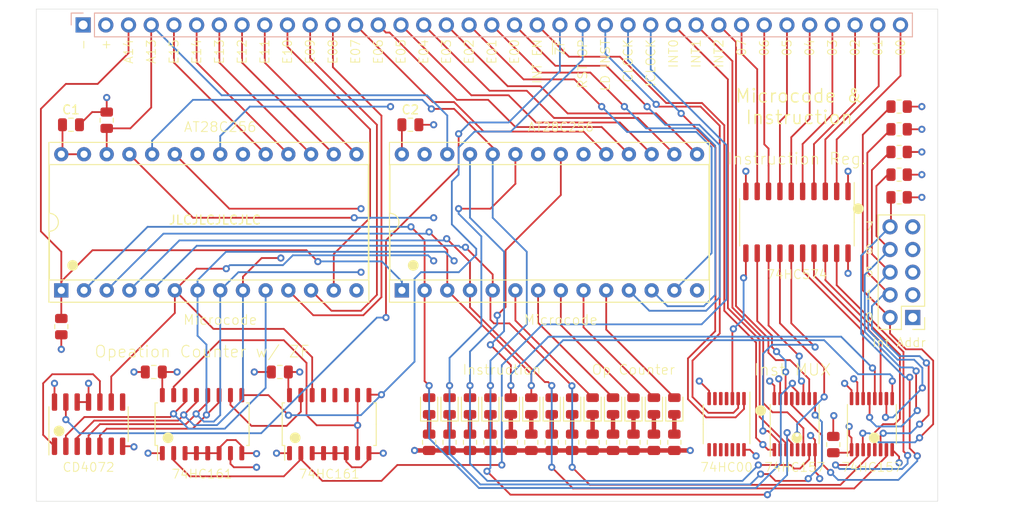
<source format=kicad_pcb>
(kicad_pcb (version 20171130) (host pcbnew "(5.1.10-1-10_14)")
  (layers (0 F.Cu signal) (1 In1.Cu signal) (2 In2.Cu signal) (31 B.Cu signal) (34 B.Paste user) (35 F.Paste user) (36 B.SilkS user) (37 F.SilkS user) (38 B.Mask user) (39 F.Mask user) (44 Edge.Cuts user))
  (net 0 "")
  (net 1 SI7)
  (net 2 VCC)
  (net 3 SI3)
  (net 4 SI2)
  (net 5 SI1)
  (net 6 SI0)
  (net 7 GND)
  (net 8 INTERRUPT_HANDLER_EN)
  (net 9 A14)
  (net 10 A13)
  (net 11 "Net-(U1-Pad13)")
  (net 12 "Net-(U1-Pad12)")
  (net 13 "Net-(U1-Pad11)")
  (net 14 "Net-(U1-Pad10)")
  (net 15 "Net-(U1-Pad9)")
  (net 16 "Net-(U1-Pad8)")
  (net 17 "Net-(U1-Pad6)")
  (net 18 "Net-(U1-Pad5)")
  (net 19 "Net-(U1-Pad4)")
  (net 20 "Net-(U1-Pad3)")
  (net 21 LOAD_INST)
  (net 22 CLOCK)
  (net 23 CIR0)
  (net 24 CIR1)
  (net 25 CIR2)
  (net 26 CIR3)
  (net 27 CIR4)
  (net 28 CIR5)
  (net 29 CIR6)
  (net 30 CIR7)
  (net 31 MEM_DATA7)
  (net 32 MEM_DATA6)
  (net 33 MEM_DATA5)
  (net 34 MEM_DATA4)
  (net 35 MEM_DATA3)
  (net 36 MEM_DATA2)
  (net 37 MEM_DATA1)
  (net 38 MEM_DATA0)
  (net 39 "Net-(U3-Pad15)")
  (net 40 STEP4)
  (net 41 "Net-(U3-Pad13)")
  (net 42 "Net-(U3-Pad12)")
  (net 43 "Net-(U3-Pad11)")
  (net 44 "Net-(U3-Pad10)")
  (net 45 ~RESET_OP)
  (net 46 !CLOCK)
  (net 47 INST3)
  (net 48 INST2)
  (net 49 INST1)
  (net 50 INST0)
  (net 51 STEP0)
  (net 52 STEP1)
  (net 53 STEP2)
  (net 54 STEP3)
  (net 55 INST7)
  (net 56 INTERRUPT_REQ_2_ST)
  (net 57 INST6)
  (net 58 INST5)
  (net 59 INTERRUPT_REQ_1_ST)
  (net 60 INST4)
  (net 61 INTERRUPT_REQ_0_ST)
  (net 62 "Net-(U7-Pad1)")
  (net 63 EEPROM3)
  (net 64 EEPROM4)
  (net 65 EEPROM2)
  (net 66 EEPROM5)
  (net 67 EEPROM1)
  (net 68 EEPROM6)
  (net 69 EEPROM0)
  (net 70 EEPROM7)
  (net 71 EEPROM11)
  (net 72 EEPROM12)
  (net 73 EEPROM10)
  (net 74 EEPROM13)
  (net 75 EEPROM9)
  (net 76 EEPROM14)
  (net 77 EEPROM8)
  (net 78 EEPROM15)
  (net 79 "Net-(D1-Pad1)")
  (net 80 "Net-(D2-Pad1)")
  (net 81 "Net-(D3-Pad1)")
  (net 82 "Net-(D4-Pad1)")
  (net 83 "Net-(D5-Pad1)")
  (net 84 "Net-(D6-Pad1)")
  (net 85 "Net-(D7-Pad1)")
  (net 86 "Net-(D8-Pad1)")
  (net 87 "Net-(D9-Pad1)")
  (net 88 "Net-(D10-Pad1)")
  (net 89 "Net-(D11-Pad1)")
  (net 90 "Net-(D12-Pad1)")
  (net 91 "Net-(D13-Pad1)")
  (net 92 ~STEP_ZERO)
  (module Connector_PinHeader_2.54mm:PinHeader_1x37_P2.54mm_Vertical (layer B.Cu) (at -24.484 126.492 270)
    (fp_text reference J2 hide)
    (fp_text value Conn_01x37)
    (pad 37 thru_hole oval (at 0 -91.44 270) (size 1.7 1.7) (drill 1) (layers *.Cu *.Mask) (net 38 MEM_DATA0))
    (pad 36 thru_hole oval (at 0 -88.9 270) (size 1.7 1.7) (drill 1) (layers *.Cu *.Mask) (net 37 MEM_DATA1))
    (pad 35 thru_hole oval (at 0 -86.36 270) (size 1.7 1.7) (drill 1) (layers *.Cu *.Mask) (net 36 MEM_DATA2))
    (pad 34 thru_hole oval (at 0 -83.82 270) (size 1.7 1.7) (drill 1) (layers *.Cu *.Mask) (net 35 MEM_DATA3))
    (pad 33 thru_hole oval (at 0 -81.28 270) (size 1.7 1.7) (drill 1) (layers *.Cu *.Mask) (net 34 MEM_DATA4))
    (pad 32 thru_hole oval (at 0 -78.74 270) (size 1.7 1.7) (drill 1) (layers *.Cu *.Mask) (net 33 MEM_DATA5))
    (pad 31 thru_hole oval (at 0 -76.2 270) (size 1.7 1.7) (drill 1) (layers *.Cu *.Mask) (net 32 MEM_DATA6))
    (pad 30 thru_hole oval (at 0 -73.66 270) (size 1.7 1.7) (drill 1) (layers *.Cu *.Mask) (net 31 MEM_DATA7))
    (pad 29 thru_hole oval (at 0 -71.12 270) (size 1.7 1.7) (drill 1) (layers *.Cu *.Mask) (net 56 INTERRUPT_REQ_2_ST))
    (pad 28 thru_hole oval (at 0 -68.58 270) (size 1.7 1.7) (drill 1) (layers *.Cu *.Mask) (net 59 INTERRUPT_REQ_1_ST))
    (pad 27 thru_hole oval (at 0 -66.04 270) (size 1.7 1.7) (drill 1) (layers *.Cu *.Mask) (net 61 INTERRUPT_REQ_0_ST))
    (pad 26 thru_hole oval (at 0 -63.5 270) (size 1.7 1.7) (drill 1) (layers *.Cu *.Mask) (net 46 !CLOCK))
    (pad 25 thru_hole oval (at 0 -60.96 270) (size 1.7 1.7) (drill 1) (layers *.Cu *.Mask) (net 22 CLOCK))
    (pad 24 thru_hole oval (at 0 -58.42 270) (size 1.7 1.7) (drill 1) (layers *.Cu *.Mask) (net 21 LOAD_INST))
    (pad 23 thru_hole oval (at 0 -55.88 270) (size 1.7 1.7) (drill 1) (layers *.Cu *.Mask) (net 45 ~RESET_OP))
    (pad 22 thru_hole oval (at 0 -53.34 270) (size 1.7 1.7) (drill 1) (layers *.Cu *.Mask) (net 92 ~STEP_ZERO))
    (pad 21 thru_hole oval (at 0 -50.8 270) (size 1.7 1.7) (drill 1) (layers *.Cu *.Mask) (net 8 INTERRUPT_HANDLER_EN))
    (pad 20 thru_hole oval (at 0 -48.26 270) (size 1.7 1.7) (drill 1) (layers *.Cu *.Mask) (net 69 EEPROM0))
    (pad 19 thru_hole oval (at 0 -45.72 270) (size 1.7 1.7) (drill 1) (layers *.Cu *.Mask) (net 67 EEPROM1))
    (pad 18 thru_hole oval (at 0 -43.18 270) (size 1.7 1.7) (drill 1) (layers *.Cu *.Mask) (net 65 EEPROM2))
    (pad 17 thru_hole oval (at 0 -40.64 270) (size 1.7 1.7) (drill 1) (layers *.Cu *.Mask) (net 63 EEPROM3))
    (pad 16 thru_hole oval (at 0 -38.1 270) (size 1.7 1.7) (drill 1) (layers *.Cu *.Mask) (net 64 EEPROM4))
    (pad 15 thru_hole oval (at 0 -35.56 270) (size 1.7 1.7) (drill 1) (layers *.Cu *.Mask) (net 66 EEPROM5))
    (pad 14 thru_hole oval (at 0 -33.02 270) (size 1.7 1.7) (drill 1) (layers *.Cu *.Mask) (net 68 EEPROM6))
    (pad 13 thru_hole oval (at 0 -30.48 270) (size 1.7 1.7) (drill 1) (layers *.Cu *.Mask) (net 70 EEPROM7))
    (pad 12 thru_hole oval (at 0 -27.94 270) (size 1.7 1.7) (drill 1) (layers *.Cu *.Mask) (net 77 EEPROM8))
    (pad 11 thru_hole oval (at 0 -25.4 270) (size 1.7 1.7) (drill 1) (layers *.Cu *.Mask) (net 75 EEPROM9))
    (pad 10 thru_hole oval (at 0 -22.86 270) (size 1.7 1.7) (drill 1) (layers *.Cu *.Mask) (net 73 EEPROM10))
    (pad 9 thru_hole oval (at 0 -20.32 270) (size 1.7 1.7) (drill 1) (layers *.Cu *.Mask) (net 71 EEPROM11))
    (pad 8 thru_hole oval (at 0 -17.78 270) (size 1.7 1.7) (drill 1) (layers *.Cu *.Mask) (net 72 EEPROM12))
    (pad 7 thru_hole oval (at 0 -15.24 270) (size 1.7 1.7) (drill 1) (layers *.Cu *.Mask) (net 74 EEPROM13))
    (pad 6 thru_hole oval (at 0 -12.7 270) (size 1.7 1.7) (drill 1) (layers *.Cu *.Mask) (net 76 EEPROM14))
    (pad 5 thru_hole oval (at 0 -10.16 270) (size 1.7 1.7) (drill 1) (layers *.Cu *.Mask) (net 78 EEPROM15))
    (pad 4 thru_hole oval (at 0 -7.62 270) (size 1.7 1.7) (drill 1) (layers *.Cu *.Mask) (net 10 A13))
    (pad 3 thru_hole oval (at 0 -5.08 270) (size 1.7 1.7) (drill 1) (layers *.Cu *.Mask) (net 9 A14))
    (pad 2 thru_hole oval (at 0 -2.54 270) (size 1.7 1.7) (drill 1) (layers *.Cu *.Mask) (net 2 VCC))
    (pad 1 thru_hole rect (at 0 0 270) (size 1.7 1.7) (drill 1) (layers *.Cu *.Mask) (net 7 GND))
  )
  (module Package_DIP:DIP-28_W15.24mm_Socket (layer F.Cu) (at -26.924 156.21 90)
    (fp_text reference U9 hide)
    (fp_text value 28C256)
    (pad 28 thru_hole oval (at 15.24 0 90) (size 1.6 1.6) (drill 0.8) (layers *.Cu *.Mask) (net 2 VCC))
    (pad 14 thru_hole oval (at 0 33.02 90) (size 1.6 1.6) (drill 0.8) (layers *.Cu *.Mask) (net 7 GND))
    (pad 27 thru_hole oval (at 15.24 2.54 90) (size 1.6 1.6) (drill 0.8) (layers *.Cu *.Mask) (net 2 VCC))
    (pad 13 thru_hole oval (at 0 30.48 90) (size 1.6 1.6) (drill 0.8) (layers *.Cu *.Mask) (net 73 EEPROM10))
    (pad 26 thru_hole oval (at 15.24 5.08 90) (size 1.6 1.6) (drill 0.8) (layers *.Cu *.Mask) (net 10 A13))
    (pad 12 thru_hole oval (at 0 27.94 90) (size 1.6 1.6) (drill 0.8) (layers *.Cu *.Mask) (net 75 EEPROM9))
    (pad 25 thru_hole oval (at 15.24 7.62 90) (size 1.6 1.6) (drill 0.8) (layers *.Cu *.Mask) (net 47 INST3))
    (pad 11 thru_hole oval (at 0 25.4 90) (size 1.6 1.6) (drill 0.8) (layers *.Cu *.Mask) (net 77 EEPROM8))
    (pad 24 thru_hole oval (at 15.24 10.16 90) (size 1.6 1.6) (drill 0.8) (layers *.Cu *.Mask) (net 60 INST4))
    (pad 10 thru_hole oval (at 0 22.86 90) (size 1.6 1.6) (drill 0.8) (layers *.Cu *.Mask) (net 51 STEP0))
    (pad 23 thru_hole oval (at 15.24 12.7 90) (size 1.6 1.6) (drill 0.8) (layers *.Cu *.Mask) (net 57 INST6))
    (pad 9 thru_hole oval (at 0 20.32 90) (size 1.6 1.6) (drill 0.8) (layers *.Cu *.Mask) (net 52 STEP1))
    (pad 22 thru_hole oval (at 15.24 15.24 90) (size 1.6 1.6) (drill 0.8) (layers *.Cu *.Mask) (net 7 GND))
    (pad 8 thru_hole oval (at 0 17.78 90) (size 1.6 1.6) (drill 0.8) (layers *.Cu *.Mask) (net 53 STEP2))
    (pad 21 thru_hole oval (at 15.24 17.78 90) (size 1.6 1.6) (drill 0.8) (layers *.Cu *.Mask) (net 58 INST5))
    (pad 7 thru_hole oval (at 0 15.24 90) (size 1.6 1.6) (drill 0.8) (layers *.Cu *.Mask) (net 54 STEP3))
    (pad 20 thru_hole oval (at 15.24 20.32 90) (size 1.6 1.6) (drill 0.8) (layers *.Cu *.Mask) (net 7 GND))
    (pad 6 thru_hole oval (at 0 12.7 90) (size 1.6 1.6) (drill 0.8) (layers *.Cu *.Mask) (net 40 STEP4))
    (pad 19 thru_hole oval (at 15.24 22.86 90) (size 1.6 1.6) (drill 0.8) (layers *.Cu *.Mask) (net 78 EEPROM15))
    (pad 5 thru_hole oval (at 0 10.16 90) (size 1.6 1.6) (drill 0.8) (layers *.Cu *.Mask) (net 50 INST0))
    (pad 18 thru_hole oval (at 15.24 25.4 90) (size 1.6 1.6) (drill 0.8) (layers *.Cu *.Mask) (net 76 EEPROM14))
    (pad 4 thru_hole oval (at 0 7.62 90) (size 1.6 1.6) (drill 0.8) (layers *.Cu *.Mask) (net 49 INST1))
    (pad 17 thru_hole oval (at 15.24 27.94 90) (size 1.6 1.6) (drill 0.8) (layers *.Cu *.Mask) (net 74 EEPROM13))
    (pad 3 thru_hole oval (at 0 5.08 90) (size 1.6 1.6) (drill 0.8) (layers *.Cu *.Mask) (net 48 INST2))
    (pad 16 thru_hole oval (at 15.24 30.48 90) (size 1.6 1.6) (drill 0.8) (layers *.Cu *.Mask) (net 72 EEPROM12))
    (pad 2 thru_hole oval (at 0 2.54 90) (size 1.6 1.6) (drill 0.8) (layers *.Cu *.Mask) (net 55 INST7))
    (pad 15 thru_hole oval (at 15.24 33.02 90) (size 1.6 1.6) (drill 0.8) (layers *.Cu *.Mask) (net 71 EEPROM11))
    (pad 1 thru_hole rect (at 0 0 90) (size 1.6 1.6) (drill 0.8) (layers *.Cu *.Mask) (net 9 A14))
  )
  (module Package_SO:SOIC-16_4.55x10.3mm_P1.27mm (layer F.Cu) (at -11.176 171.196 90)
    (fp_text reference U5 hide)
    (fp_text value 74LS161)
    (fp_text user 74HC161 (at -5.588 0 180) (layer F.SilkS) (effects (font (thickness 0.1))))
    (pad 16 smd roundrect (at 3.25 -4.445 90) (size 1.6 0.55) (layers F.Cu F.Paste F.Mask) (net 2 VCC))
    (pad 15 smd roundrect (at 3.25 -3.175 90) (size 1.6 0.55) (layers F.Cu F.Paste F.Mask) (net 44 "Net-(U3-Pad10)"))
    (pad 14 smd roundrect (at 3.25 -1.905 90) (size 1.6 0.55) (layers F.Cu F.Paste F.Mask) (net 51 STEP0))
    (pad 13 smd roundrect (at 3.25 -0.635 90) (size 1.6 0.55) (layers F.Cu F.Paste F.Mask) (net 52 STEP1))
    (pad 12 smd roundrect (at 3.25 0.635 90) (size 1.6 0.55) (layers F.Cu F.Paste F.Mask) (net 53 STEP2))
    (pad 11 smd roundrect (at 3.25 1.905 90) (size 1.6 0.55) (layers F.Cu F.Paste F.Mask) (net 54 STEP3))
    (pad 10 smd roundrect (at 3.25 3.175 90) (size 1.6 0.55) (layers F.Cu F.Paste F.Mask) (net 39 "Net-(U3-Pad15)"))
    (pad 9 smd roundrect (at 3.25 4.445 90) (size 1.6 0.55) (layers F.Cu F.Paste F.Mask) (net 45 ~RESET_OP))
    (pad 8 smd roundrect (at -3.25 4.445 90) (size 1.6 0.55) (layers F.Cu F.Paste F.Mask) (net 7 GND))
    (pad 7 smd roundrect (at -3.25 3.175 90) (size 1.6 0.55) (layers F.Cu F.Paste F.Mask) (net 2 VCC))
    (pad 6 smd roundrect (at -3.25 1.905 90) (size 1.6 0.55) (layers F.Cu F.Paste F.Mask) (net 7 GND))
    (pad 5 smd roundrect (at -3.25 0.635 90) (size 1.6 0.55) (layers F.Cu F.Paste F.Mask) (net 7 GND))
    (pad 4 smd roundrect (at -3.25 -0.635 90) (size 1.6 0.55) (layers F.Cu F.Paste F.Mask) (net 7 GND))
    (pad 3 smd roundrect (at -3.25 -1.905 90) (size 1.6 0.55) (layers F.Cu F.Paste F.Mask) (net 7 GND))
    (pad 2 smd roundrect (at -3.25 -3.175 90) (size 1.6 0.55) (layers F.Cu F.Paste F.Mask) (net 46 !CLOCK))
    (pad 1 smd roundrect (at -3.25 -4.445 90) (size 1.6 0.55) (layers F.Cu F.Paste F.Mask) (net 2 VCC))
  )
  (module Package_SO:SOIC-16_4.55x10.3mm_P1.27mm (layer F.Cu) (at 3.048 171.196 90)
    (fp_text reference U3 hide)
    (fp_text value 74LS161)
    (fp_text user 74HC161 (at -5.588 0 180) (layer F.SilkS) (effects (font (thickness 0.1))))
    (pad 16 smd roundrect (at 3.25 -4.445 90) (size 1.6 0.55) (layers F.Cu F.Paste F.Mask) (net 2 VCC))
    (pad 15 smd roundrect (at 3.25 -3.175 90) (size 1.6 0.55) (layers F.Cu F.Paste F.Mask) (net 39 "Net-(U3-Pad15)"))
    (pad 14 smd roundrect (at 3.25 -1.905 90) (size 1.6 0.55) (layers F.Cu F.Paste F.Mask) (net 40 STEP4))
    (pad 13 smd roundrect (at 3.25 -0.635 90) (size 1.6 0.55) (layers F.Cu F.Paste F.Mask) (net 41 "Net-(U3-Pad13)"))
    (pad 12 smd roundrect (at 3.25 0.635 90) (size 1.6 0.55) (layers F.Cu F.Paste F.Mask) (net 42 "Net-(U3-Pad12)"))
    (pad 11 smd roundrect (at 3.25 1.905 90) (size 1.6 0.55) (layers F.Cu F.Paste F.Mask) (net 43 "Net-(U3-Pad11)"))
    (pad 10 smd roundrect (at 3.25 3.175 90) (size 1.6 0.55) (layers F.Cu F.Paste F.Mask) (net 44 "Net-(U3-Pad10)"))
    (pad 9 smd roundrect (at 3.25 4.445 90) (size 1.6 0.55) (layers F.Cu F.Paste F.Mask) (net 45 ~RESET_OP))
    (pad 8 smd roundrect (at -3.25 4.445 90) (size 1.6 0.55) (layers F.Cu F.Paste F.Mask) (net 7 GND))
    (pad 7 smd roundrect (at -3.25 3.175 90) (size 1.6 0.55) (layers F.Cu F.Paste F.Mask) (net 44 "Net-(U3-Pad10)"))
    (pad 6 smd roundrect (at -3.25 1.905 90) (size 1.6 0.55) (layers F.Cu F.Paste F.Mask) (net 7 GND))
    (pad 5 smd roundrect (at -3.25 0.635 90) (size 1.6 0.55) (layers F.Cu F.Paste F.Mask) (net 7 GND))
    (pad 4 smd roundrect (at -3.25 -0.635 90) (size 1.6 0.55) (layers F.Cu F.Paste F.Mask) (net 7 GND))
    (pad 3 smd roundrect (at -3.25 -1.905 90) (size 1.6 0.55) (layers F.Cu F.Paste F.Mask) (net 7 GND))
    (pad 2 smd roundrect (at -3.25 -3.175 90) (size 1.6 0.55) (layers F.Cu F.Paste F.Mask) (net 46 !CLOCK))
    (pad 1 smd roundrect (at -3.25 -4.445 90) (size 1.6 0.55) (layers F.Cu F.Paste F.Mask) (net 2 VCC))
  )
  (module Resistor_SMD:R_0805_2012Metric (layer F.Cu) (at 30.226 173.228 90)
    (fp_text reference R21 hide)
    (fp_text value R_Small_US)
    (pad 2 smd roundrect (at 0.9125 0 90) (size 1.025 1.4) (layers F.Cu F.Paste F.Mask) (roundrect_rratio 0.2439014634146341) (net 91 "Net-(D13-Pad1)"))
    (pad 1 smd roundrect (at -0.9125 0 90) (size 1.025 1.4) (layers F.Cu F.Paste F.Mask) (roundrect_rratio 0.2439014634146341) (net 7 GND))
  )
  (module Resistor_SMD:R_0805_2012Metric (layer F.Cu) (at 27.94 173.228 90)
    (fp_text reference R20 hide)
    (fp_text value R_Small_US)
    (pad 2 smd roundrect (at 0.9125 0 90) (size 1.025 1.4) (layers F.Cu F.Paste F.Mask) (roundrect_rratio 0.2439014634146341) (net 90 "Net-(D12-Pad1)"))
    (pad 1 smd roundrect (at -0.9125 0 90) (size 1.025 1.4) (layers F.Cu F.Paste F.Mask) (roundrect_rratio 0.2439014634146341) (net 7 GND))
  )
  (module Resistor_SMD:R_0805_2012Metric (layer F.Cu) (at 25.654 173.228 90)
    (fp_text reference R19 hide)
    (fp_text value R_Small_US)
    (pad 2 smd roundrect (at 0.9125 0 90) (size 1.025 1.4) (layers F.Cu F.Paste F.Mask) (roundrect_rratio 0.2439014634146341) (net 89 "Net-(D11-Pad1)"))
    (pad 1 smd roundrect (at -0.9125 0 90) (size 1.025 1.4) (layers F.Cu F.Paste F.Mask) (roundrect_rratio 0.2439014634146341) (net 7 GND))
  )
  (module Resistor_SMD:R_0805_2012Metric (layer F.Cu) (at 23.368 173.228 90)
    (fp_text reference R18 hide)
    (fp_text value R_Small_US)
    (pad 2 smd roundrect (at 0.9125 0 90) (size 1.025 1.4) (layers F.Cu F.Paste F.Mask) (roundrect_rratio 0.2439014634146341) (net 88 "Net-(D10-Pad1)"))
    (pad 1 smd roundrect (at -0.9125 0 90) (size 1.025 1.4) (layers F.Cu F.Paste F.Mask) (roundrect_rratio 0.2439014634146341) (net 7 GND))
  )
  (module Resistor_SMD:R_0805_2012Metric (layer F.Cu) (at 21.082 173.228 90)
    (fp_text reference R17 hide)
    (fp_text value R_Small_US)
    (pad 2 smd roundrect (at 0.9125 0 90) (size 1.025 1.4) (layers F.Cu F.Paste F.Mask) (roundrect_rratio 0.2439014634146341) (net 87 "Net-(D9-Pad1)"))
    (pad 1 smd roundrect (at -0.9125 0 90) (size 1.025 1.4) (layers F.Cu F.Paste F.Mask) (roundrect_rratio 0.2439014634146341) (net 7 GND))
  )
  (module Resistor_SMD:R_0805_2012Metric (layer F.Cu) (at 18.796 173.228 90)
    (fp_text reference R16 hide)
    (fp_text value R_Small_US)
    (pad 2 smd roundrect (at 0.9125 0 90) (size 1.025 1.4) (layers F.Cu F.Paste F.Mask) (roundrect_rratio 0.2439014634146341) (net 86 "Net-(D8-Pad1)"))
    (pad 1 smd roundrect (at -0.9125 0 90) (size 1.025 1.4) (layers F.Cu F.Paste F.Mask) (roundrect_rratio 0.2439014634146341) (net 7 GND))
  )
  (module Resistor_SMD:R_0805_2012Metric (layer F.Cu) (at 16.51 173.228 90)
    (fp_text reference R15 hide)
    (fp_text value R_Small_US)
    (pad 2 smd roundrect (at 0.9125 0 90) (size 1.025 1.4) (layers F.Cu F.Paste F.Mask) (roundrect_rratio 0.2439014634146341) (net 85 "Net-(D7-Pad1)"))
    (pad 1 smd roundrect (at -0.9125 0 90) (size 1.025 1.4) (layers F.Cu F.Paste F.Mask) (roundrect_rratio 0.2439014634146341) (net 7 GND))
  )
  (module Resistor_SMD:R_0805_2012Metric (layer F.Cu) (at 14.224 173.228 90)
    (fp_text reference R14 hide)
    (fp_text value R_Small_US)
    (pad 2 smd roundrect (at 0.9125 0 90) (size 1.025 1.4) (layers F.Cu F.Paste F.Mask) (roundrect_rratio 0.2439014634146341) (net 84 "Net-(D6-Pad1)"))
    (pad 1 smd roundrect (at -0.9125 0 90) (size 1.025 1.4) (layers F.Cu F.Paste F.Mask) (roundrect_rratio 0.2439014634146341) (net 7 GND))
  )
  (module LED_SMD:LED_0805_2012Metric (layer F.Cu) (at 30.226 169.164 90)
    (fp_text reference D13 hide)
    (fp_text value LED)
    (pad 2 smd roundrect (at 0.9375 0 90) (size 0.975 1.4) (layers F.Cu F.Paste F.Mask) (net 50 INST0))
    (pad 1 smd roundrect (at -0.9375 0 90) (size 0.975 1.4) (layers F.Cu F.Paste F.Mask) (net 91 "Net-(D13-Pad1)"))
  )
  (module LED_SMD:LED_0805_2012Metric (layer F.Cu) (at 27.94 169.164 90)
    (fp_text reference D12 hide)
    (fp_text value LED)
    (pad 2 smd roundrect (at 0.9375 0 90) (size 0.975 1.4) (layers F.Cu F.Paste F.Mask) (net 49 INST1))
    (pad 1 smd roundrect (at -0.9375 0 90) (size 0.975 1.4) (layers F.Cu F.Paste F.Mask) (net 90 "Net-(D12-Pad1)"))
  )
  (module LED_SMD:LED_0805_2012Metric (layer F.Cu) (at 25.654 169.164 90)
    (fp_text reference D11 hide)
    (fp_text value LED)
    (pad 2 smd roundrect (at 0.9375 0 90) (size 0.975 1.4) (layers F.Cu F.Paste F.Mask) (net 48 INST2))
    (pad 1 smd roundrect (at -0.9375 0 90) (size 0.975 1.4) (layers F.Cu F.Paste F.Mask) (net 89 "Net-(D11-Pad1)"))
  )
  (module LED_SMD:LED_0805_2012Metric (layer F.Cu) (at 23.368 169.164 90)
    (fp_text reference D10 hide)
    (fp_text value LED)
    (pad 2 smd roundrect (at 0.9375 0 90) (size 0.975 1.4) (layers F.Cu F.Paste F.Mask) (net 47 INST3))
    (pad 1 smd roundrect (at -0.9375 0 90) (size 0.975 1.4) (layers F.Cu F.Paste F.Mask) (net 88 "Net-(D10-Pad1)"))
  )
  (module LED_SMD:LED_0805_2012Metric (layer F.Cu) (at 21.082 169.164 90)
    (fp_text reference D9 hide)
    (fp_text value LED)
    (pad 2 smd roundrect (at 0.9375 0 90) (size 0.975 1.4) (layers F.Cu F.Paste F.Mask) (net 60 INST4))
    (pad 1 smd roundrect (at -0.9375 0 90) (size 0.975 1.4) (layers F.Cu F.Paste F.Mask) (net 87 "Net-(D9-Pad1)"))
  )
  (module LED_SMD:LED_0805_2012Metric (layer F.Cu) (at 18.796 169.164 90)
    (fp_text reference D8 hide)
    (fp_text value LED)
    (pad 2 smd roundrect (at 0.9375 0 90) (size 0.975 1.4) (layers F.Cu F.Paste F.Mask) (net 58 INST5))
    (pad 1 smd roundrect (at -0.9375 0 90) (size 0.975 1.4) (layers F.Cu F.Paste F.Mask) (net 86 "Net-(D8-Pad1)"))
  )
  (module LED_SMD:LED_0805_2012Metric (layer F.Cu) (at 16.51 169.164 90)
    (fp_text reference D7 hide)
    (fp_text value LED)
    (pad 2 smd roundrect (at 0.9375 0 90) (size 0.975 1.4) (layers F.Cu F.Paste F.Mask) (net 57 INST6))
    (pad 1 smd roundrect (at -0.9375 0 90) (size 0.975 1.4) (layers F.Cu F.Paste F.Mask) (net 85 "Net-(D7-Pad1)"))
  )
  (module LED_SMD:LED_0805_2012Metric (layer F.Cu) (at 14.224 169.164 90)
    (fp_text reference D6 hide)
    (fp_text value LED)
    (pad 2 smd roundrect (at 0.9375 0 90) (size 0.975 1.4) (layers F.Cu F.Paste F.Mask) (net 55 INST7))
    (pad 1 smd roundrect (at -0.9375 0 90) (size 0.975 1.4) (layers F.Cu F.Paste F.Mask) (net 84 "Net-(D6-Pad1)"))
  )
  (module Capacitor_SMD:C_0805_2012Metric (layer F.Cu) (at -2.474 165.354 180)
    (fp_text reference C4 hide)
    (fp_text value C)
    (pad 2 smd roundrect (at 0.95 0 180) (size 1 1.45) (layers F.Cu F.Paste F.Mask) (net 7 GND))
    (pad 1 smd roundrect (at -0.95 0 180) (size 1 1.45) (layers F.Cu F.Paste F.Mask) (net 2 VCC))
  )
  (module Capacitor_SMD:C_0805_2012Metric (layer F.Cu) (at -16.576 165.354 180)
    (fp_text reference C3 hide)
    (fp_text value C)
    (pad 2 smd roundrect (at 0.95 0 180) (size 1 1.45) (layers F.Cu F.Paste F.Mask) (net 7 GND))
    (pad 1 smd roundrect (at -0.95 0 180) (size 1 1.45) (layers F.Cu F.Paste F.Mask) (net 2 VCC))
  )
  (module Capacitor_SMD:C_0805_2012Metric (layer F.Cu) (at 12.126 137.668)
    (fp_text reference C2 (at 0 -1.68) (layer F.SilkS))
    (fp_text value C)
    (pad 2 smd roundrect (at 0.95 0) (size 1 1.45) (layers F.Cu F.Paste F.Mask) (net 7 GND))
    (pad 1 smd roundrect (at -0.95 0) (size 1 1.45) (layers F.Cu F.Paste F.Mask) (net 2 VCC))
  )
  (module Capacitor_SMD:C_0805_2012Metric (layer F.Cu) (at -25.842 137.668)
    (fp_text reference C1 (at 0 -1.68) (layer F.SilkS))
    (fp_text value C)
    (pad 2 smd roundrect (at 0.95 0) (size 1 1.45) (layers F.Cu F.Paste F.Mask) (net 7 GND))
    (pad 1 smd roundrect (at -0.95 0) (size 1 1.45) (layers F.Cu F.Paste F.Mask) (net 2 VCC))
  )
  (module Package_DIP:DIP-28_W15.24mm_Socket (layer F.Cu) (at 11.176 156.21 90)
    (fp_text reference U8 hide)
    (fp_text value 28C256)
    (pad 28 thru_hole oval (at 15.24 0 90) (size 1.6 1.6) (drill 0.8) (layers *.Cu *.Mask) (net 2 VCC))
    (pad 14 thru_hole oval (at 0 33.02 90) (size 1.6 1.6) (drill 0.8) (layers *.Cu *.Mask) (net 7 GND))
    (pad 27 thru_hole oval (at 15.24 2.54 90) (size 1.6 1.6) (drill 0.8) (layers *.Cu *.Mask) (net 2 VCC))
    (pad 13 thru_hole oval (at 0 30.48 90) (size 1.6 1.6) (drill 0.8) (layers *.Cu *.Mask) (net 65 EEPROM2))
    (pad 26 thru_hole oval (at 15.24 5.08 90) (size 1.6 1.6) (drill 0.8) (layers *.Cu *.Mask) (net 10 A13))
    (pad 12 thru_hole oval (at 0 27.94 90) (size 1.6 1.6) (drill 0.8) (layers *.Cu *.Mask) (net 67 EEPROM1))
    (pad 25 thru_hole oval (at 15.24 7.62 90) (size 1.6 1.6) (drill 0.8) (layers *.Cu *.Mask) (net 47 INST3))
    (pad 11 thru_hole oval (at 0 25.4 90) (size 1.6 1.6) (drill 0.8) (layers *.Cu *.Mask) (net 69 EEPROM0))
    (pad 24 thru_hole oval (at 15.24 10.16 90) (size 1.6 1.6) (drill 0.8) (layers *.Cu *.Mask) (net 60 INST4))
    (pad 10 thru_hole oval (at 0 22.86 90) (size 1.6 1.6) (drill 0.8) (layers *.Cu *.Mask) (net 51 STEP0))
    (pad 23 thru_hole oval (at 15.24 12.7 90) (size 1.6 1.6) (drill 0.8) (layers *.Cu *.Mask) (net 57 INST6))
    (pad 9 thru_hole oval (at 0 20.32 90) (size 1.6 1.6) (drill 0.8) (layers *.Cu *.Mask) (net 52 STEP1))
    (pad 22 thru_hole oval (at 15.24 15.24 90) (size 1.6 1.6) (drill 0.8) (layers *.Cu *.Mask) (net 7 GND))
    (pad 8 thru_hole oval (at 0 17.78 90) (size 1.6 1.6) (drill 0.8) (layers *.Cu *.Mask) (net 53 STEP2))
    (pad 21 thru_hole oval (at 15.24 17.78 90) (size 1.6 1.6) (drill 0.8) (layers *.Cu *.Mask) (net 58 INST5))
    (pad 7 thru_hole oval (at 0 15.24 90) (size 1.6 1.6) (drill 0.8) (layers *.Cu *.Mask) (net 54 STEP3))
    (pad 20 thru_hole oval (at 15.24 20.32 90) (size 1.6 1.6) (drill 0.8) (layers *.Cu *.Mask) (net 7 GND))
    (pad 6 thru_hole oval (at 0 12.7 90) (size 1.6 1.6) (drill 0.8) (layers *.Cu *.Mask) (net 40 STEP4))
    (pad 19 thru_hole oval (at 15.24 22.86 90) (size 1.6 1.6) (drill 0.8) (layers *.Cu *.Mask) (net 70 EEPROM7))
    (pad 5 thru_hole oval (at 0 10.16 90) (size 1.6 1.6) (drill 0.8) (layers *.Cu *.Mask) (net 50 INST0))
    (pad 18 thru_hole oval (at 15.24 25.4 90) (size 1.6 1.6) (drill 0.8) (layers *.Cu *.Mask) (net 68 EEPROM6))
    (pad 4 thru_hole oval (at 0 7.62 90) (size 1.6 1.6) (drill 0.8) (layers *.Cu *.Mask) (net 49 INST1))
    (pad 17 thru_hole oval (at 15.24 27.94 90) (size 1.6 1.6) (drill 0.8) (layers *.Cu *.Mask) (net 66 EEPROM5))
    (pad 3 thru_hole oval (at 0 5.08 90) (size 1.6 1.6) (drill 0.8) (layers *.Cu *.Mask) (net 48 INST2))
    (pad 16 thru_hole oval (at 15.24 30.48 90) (size 1.6 1.6) (drill 0.8) (layers *.Cu *.Mask) (net 64 EEPROM4))
    (pad 2 thru_hole oval (at 0 2.54 90) (size 1.6 1.6) (drill 0.8) (layers *.Cu *.Mask) (net 55 INST7))
    (pad 15 thru_hole oval (at 15.24 33.02 90) (size 1.6 1.6) (drill 0.8) (layers *.Cu *.Mask) (net 63 EEPROM3))
    (pad 1 thru_hole rect (at 0 0 90) (size 1.6 1.6) (drill 0.8) (layers *.Cu *.Mask) (net 9 A14))
  )
  (module Resistor_SMD:R_0805_2012Metric (layer F.Cu) (at 41.656 173.228 90)
    (fp_text reference R13 hide)
    (fp_text value R_Small_US)
    (pad 2 smd roundrect (at 0.9125 0 90) (size 1.025 1.4) (layers F.Cu F.Paste F.Mask) (roundrect_rratio 0.2439014634146341) (net 83 "Net-(D5-Pad1)"))
    (pad 1 smd roundrect (at -0.9125 0 90) (size 1.025 1.4) (layers F.Cu F.Paste F.Mask) (roundrect_rratio 0.2439014634146341) (net 7 GND))
  )
  (module Resistor_SMD:R_0805_2012Metric (layer F.Cu) (at 39.37 173.228 90)
    (fp_text reference R12 hide)
    (fp_text value R_Small_US)
    (pad 2 smd roundrect (at 0.9125 0 90) (size 1.025 1.4) (layers F.Cu F.Paste F.Mask) (roundrect_rratio 0.2439014634146341) (net 82 "Net-(D4-Pad1)"))
    (pad 1 smd roundrect (at -0.9125 0 90) (size 1.025 1.4) (layers F.Cu F.Paste F.Mask) (roundrect_rratio 0.2439014634146341) (net 7 GND))
  )
  (module Resistor_SMD:R_0805_2012Metric (layer F.Cu) (at 37.084 173.228 90)
    (fp_text reference R11 hide)
    (fp_text value R_Small_US)
    (pad 2 smd roundrect (at 0.9125 0 90) (size 1.025 1.4) (layers F.Cu F.Paste F.Mask) (roundrect_rratio 0.2439014634146341) (net 81 "Net-(D3-Pad1)"))
    (pad 1 smd roundrect (at -0.9125 0 90) (size 1.025 1.4) (layers F.Cu F.Paste F.Mask) (roundrect_rratio 0.2439014634146341) (net 7 GND))
  )
  (module Resistor_SMD:R_0805_2012Metric (layer F.Cu) (at 34.798 173.228 90)
    (fp_text reference R9 hide)
    (fp_text value R_Small_US)
    (pad 2 smd roundrect (at 0.9125 0 90) (size 1.025 1.4) (layers F.Cu F.Paste F.Mask) (roundrect_rratio 0.2439014634146341) (net 80 "Net-(D2-Pad1)"))
    (pad 1 smd roundrect (at -0.9125 0 90) (size 1.025 1.4) (layers F.Cu F.Paste F.Mask) (roundrect_rratio 0.2439014634146341) (net 7 GND))
  )
  (module Resistor_SMD:R_0805_2012Metric (layer F.Cu) (at 32.512 173.228 90)
    (fp_text reference R7 hide)
    (fp_text value R_Small_US)
    (pad 2 smd roundrect (at 0.9125 0 90) (size 1.025 1.4) (layers F.Cu F.Paste F.Mask) (roundrect_rratio 0.2439014634146341) (net 79 "Net-(D1-Pad1)"))
    (pad 1 smd roundrect (at -0.9125 0 90) (size 1.025 1.4) (layers F.Cu F.Paste F.Mask) (roundrect_rratio 0.2439014634146341) (net 7 GND))
  )
  (module LED_SMD:LED_0805_2012Metric (layer F.Cu) (at 41.656 169.164 90)
    (fp_text reference D5 hide)
    (fp_text value LED)
    (pad 2 smd roundrect (at 0.9375 0 90) (size 0.975 1.4) (layers F.Cu F.Paste F.Mask) (net 51 STEP0))
    (pad 1 smd roundrect (at -0.9375 0 90) (size 0.975 1.4) (layers F.Cu F.Paste F.Mask) (net 83 "Net-(D5-Pad1)"))
  )
  (module LED_SMD:LED_0805_2012Metric (layer F.Cu) (at 39.37 169.164 90)
    (fp_text reference D4 hide)
    (fp_text value LED)
    (pad 2 smd roundrect (at 0.9375 0 90) (size 0.975 1.4) (layers F.Cu F.Paste F.Mask) (net 52 STEP1))
    (pad 1 smd roundrect (at -0.9375 0 90) (size 0.975 1.4) (layers F.Cu F.Paste F.Mask) (net 82 "Net-(D4-Pad1)"))
  )
  (module LED_SMD:LED_0805_2012Metric (layer F.Cu) (at 37.084 169.164 90)
    (fp_text reference D3 hide)
    (fp_text value LED)
    (pad 2 smd roundrect (at 0.9375 0 90) (size 0.975 1.4) (layers F.Cu F.Paste F.Mask) (net 53 STEP2))
    (pad 1 smd roundrect (at -0.9375 0 90) (size 0.975 1.4) (layers F.Cu F.Paste F.Mask) (net 81 "Net-(D3-Pad1)"))
  )
  (module LED_SMD:LED_0805_2012Metric (layer F.Cu) (at 34.798 169.164 90)
    (fp_text reference D2 hide)
    (fp_text value LED)
    (pad 2 smd roundrect (at 0.9375 0 90) (size 0.975 1.4) (layers F.Cu F.Paste F.Mask) (net 54 STEP3))
    (pad 1 smd roundrect (at -0.9375 0 90) (size 0.975 1.4) (layers F.Cu F.Paste F.Mask) (net 80 "Net-(D2-Pad1)"))
  )
  (module LED_SMD:LED_0805_2012Metric (layer F.Cu) (at 32.512 169.164 90)
    (fp_text reference D1 hide)
    (fp_text value LED)
    (pad 2 smd roundrect (at 0.9375 0 90) (size 0.975 1.4) (layers F.Cu F.Paste F.Mask) (net 40 STEP4))
    (pad 1 smd roundrect (at -0.9375 0 90) (size 0.975 1.4) (layers F.Cu F.Paste F.Mask) (net 79 "Net-(D1-Pad1)"))
  )
  (module Connector_PinHeader_2.54mm:PinHeader_2x05_P2.54mm_Vertical (layer F.Cu) (at 68.326 159.258 180)
    (fp_text reference J1 hide)
    (fp_text value Conn_02x05_Odd_Even)
    (pad 10 thru_hole oval (at 2.54 10.16 180) (size 1.7 1.7) (drill 1) (layers *.Cu *.Mask) (net 1 SI7))
    (pad 9 thru_hole oval (at 0 10.16 180) (size 1.7 1.7) (drill 1) (layers *.Cu *.Mask) (net 2 VCC))
    (pad 8 thru_hole oval (at 2.54 7.62 180) (size 1.7 1.7) (drill 1) (layers *.Cu *.Mask) (net 3 SI3))
    (pad 7 thru_hole oval (at 0 7.62 180) (size 1.7 1.7) (drill 1) (layers *.Cu *.Mask) (net 2 VCC))
    (pad 6 thru_hole oval (at 2.54 5.08 180) (size 1.7 1.7) (drill 1) (layers *.Cu *.Mask) (net 4 SI2))
    (pad 5 thru_hole oval (at 0 5.08 180) (size 1.7 1.7) (drill 1) (layers *.Cu *.Mask) (net 2 VCC))
    (pad 4 thru_hole oval (at 2.54 2.54 180) (size 1.7 1.7) (drill 1) (layers *.Cu *.Mask) (net 5 SI1))
    (pad 3 thru_hole oval (at 0 2.54 180) (size 1.7 1.7) (drill 1) (layers *.Cu *.Mask) (net 2 VCC))
    (pad 2 thru_hole oval (at 2.54 0 180) (size 1.7 1.7) (drill 1) (layers *.Cu *.Mask) (net 6 SI0))
    (pad 1 thru_hole rect (at 0 0 180) (size 1.7 1.7) (drill 1) (layers *.Cu *.Mask) (net 2 VCC))
  )
  (module Package_SO:SOIC-14_3.9x8.7mm_P1.27mm (layer F.Cu) (at -23.876 171.196 90)
    (fp_text reference U7 hide)
    (fp_text value CD4072 (at -4.826 0 180) (layer F.SilkS) (effects (font (thickness 0.1))))
    (pad 14 smd roundrect (at 2.475 -3.81 90) (size 1.95 0.6) (layers F.Cu F.Paste F.Mask) (net 2 VCC))
    (pad 13 smd roundrect (at 2.475 -2.54 90) (size 1.95 0.6) (layers F.Cu F.Paste F.Mask) (net 92 ~STEP_ZERO))
    (pad 12 smd roundrect (at 2.475 -1.27 90) (size 1.95 0.6) (layers F.Cu F.Paste F.Mask) (net 7 GND))
    (pad 11 smd roundrect (at 2.475 0 90) (size 1.95 0.6) (layers F.Cu F.Paste F.Mask) (net 7 GND))
    (pad 10 smd roundrect (at 2.475 1.27 90) (size 1.95 0.6) (layers F.Cu F.Paste F.Mask) (net 62 "Net-(U7-Pad1)"))
    (pad 9 smd roundrect (at 2.475 2.54 90) (size 1.95 0.6) (layers F.Cu F.Paste F.Mask) (net 40 STEP4))
    (pad 8 smd roundrect (at 2.475 3.81 90) (size 1.95 0.6) (layers F.Cu F.Paste F.Mask))
    (pad 7 smd roundrect (at -2.475 3.81 90) (size 1.95 0.6) (layers F.Cu F.Paste F.Mask) (net 7 GND))
    (pad 6 smd roundrect (at -2.475 2.54 90) (size 1.95 0.6) (layers F.Cu F.Paste F.Mask))
    (pad 5 smd roundrect (at -2.475 1.27 90) (size 1.95 0.6) (layers F.Cu F.Paste F.Mask) (net 54 STEP3))
    (pad 4 smd roundrect (at -2.475 0 90) (size 1.95 0.6) (layers F.Cu F.Paste F.Mask) (net 53 STEP2))
    (pad 3 smd roundrect (at -2.475 -1.27 90) (size 1.95 0.6) (layers F.Cu F.Paste F.Mask) (net 52 STEP1))
    (pad 2 smd roundrect (at -2.475 -2.54 90) (size 1.95 0.6) (layers F.Cu F.Paste F.Mask) (net 51 STEP0))
    (pad 1 smd roundrect (at -2.475 -3.81 90) (size 1.95 0.6) (layers F.Cu F.Paste F.Mask) (net 62 "Net-(U7-Pad1)"))
  )
  (module Package_SO:TSSOP-16_4.4x5mm_P0.65mm (layer F.Cu) (at 55.118 171.196 90)
    (fp_text reference U6 hide)
    (fp_text value 74LS157 hide)
    (fp_text user 74HC157 (at -4.826 0 180) (layer F.SilkS) (effects (font (thickness 0.1))))
    (pad 16 smd roundrect (at 2.8625 -2.275 90) (size 1.475 0.4) (layers F.Cu F.Paste F.Mask) (net 2 VCC))
    (pad 15 smd roundrect (at 2.8625 -1.625 90) (size 1.475 0.4) (layers F.Cu F.Paste F.Mask) (net 7 GND))
    (pad 14 smd roundrect (at 2.8625 -0.975 90) (size 1.475 0.4) (layers F.Cu F.Paste F.Mask) (net 30 CIR7))
    (pad 13 smd roundrect (at 2.8625 -0.325 90) (size 1.475 0.4) (layers F.Cu F.Paste F.Mask) (net 1 SI7))
    (pad 12 smd roundrect (at 2.8625 0.325 90) (size 1.475 0.4) (layers F.Cu F.Paste F.Mask) (net 55 INST7))
    (pad 11 smd roundrect (at 2.8625 0.975 90) (size 1.475 0.4) (layers F.Cu F.Paste F.Mask) (net 29 CIR6))
    (pad 10 smd roundrect (at 2.8625 1.625 90) (size 1.475 0.4) (layers F.Cu F.Paste F.Mask) (net 56 INTERRUPT_REQ_2_ST))
    (pad 9 smd roundrect (at 2.8625 2.275 90) (size 1.475 0.4) (layers F.Cu F.Paste F.Mask) (net 57 INST6))
    (pad 8 smd roundrect (at -2.8625 2.275 90) (size 1.475 0.4) (layers F.Cu F.Paste F.Mask) (net 7 GND))
    (pad 7 smd roundrect (at -2.8625 1.625 90) (size 1.475 0.4) (layers F.Cu F.Paste F.Mask) (net 58 INST5))
    (pad 6 smd roundrect (at -2.8625 0.975 90) (size 1.475 0.4) (layers F.Cu F.Paste F.Mask) (net 59 INTERRUPT_REQ_1_ST))
    (pad 5 smd roundrect (at -2.8625 0.325 90) (size 1.475 0.4) (layers F.Cu F.Paste F.Mask) (net 28 CIR5))
    (pad 4 smd roundrect (at -2.8625 -0.325 90) (size 1.475 0.4) (layers F.Cu F.Paste F.Mask) (net 60 INST4))
    (pad 3 smd roundrect (at -2.8625 -0.975 90) (size 1.475 0.4) (layers F.Cu F.Paste F.Mask) (net 61 INTERRUPT_REQ_0_ST))
    (pad 2 smd roundrect (at -2.8625 -1.625 90) (size 1.475 0.4) (layers F.Cu F.Paste F.Mask) (net 27 CIR4))
    (pad 1 smd roundrect (at -2.8625 -2.275 90) (size 1.475 0.4) (layers F.Cu F.Paste F.Mask) (net 8 INTERRUPT_HANDLER_EN))
  )
  (module Package_SO:TSSOP-16_4.4x5mm_P0.65mm (layer F.Cu) (at 63.754 171.196 90)
    (fp_text reference U4 hide)
    (fp_text value 74LS157 hide)
    (fp_text user 74HC157 (at -4.826 0 180) (layer F.SilkS) (effects (font (thickness 0.1))))
    (pad 16 smd roundrect (at 2.8625 -2.275 90) (size 1.475 0.4) (layers F.Cu F.Paste F.Mask) (net 2 VCC))
    (pad 15 smd roundrect (at 2.8625 -1.625 90) (size 1.475 0.4) (layers F.Cu F.Paste F.Mask) (net 7 GND))
    (pad 14 smd roundrect (at 2.8625 -0.975 90) (size 1.475 0.4) (layers F.Cu F.Paste F.Mask) (net 26 CIR3))
    (pad 13 smd roundrect (at 2.8625 -0.325 90) (size 1.475 0.4) (layers F.Cu F.Paste F.Mask) (net 3 SI3))
    (pad 12 smd roundrect (at 2.8625 0.325 90) (size 1.475 0.4) (layers F.Cu F.Paste F.Mask) (net 47 INST3))
    (pad 11 smd roundrect (at 2.8625 0.975 90) (size 1.475 0.4) (layers F.Cu F.Paste F.Mask) (net 25 CIR2))
    (pad 10 smd roundrect (at 2.8625 1.625 90) (size 1.475 0.4) (layers F.Cu F.Paste F.Mask) (net 4 SI2))
    (pad 9 smd roundrect (at 2.8625 2.275 90) (size 1.475 0.4) (layers F.Cu F.Paste F.Mask) (net 48 INST2))
    (pad 8 smd roundrect (at -2.8625 2.275 90) (size 1.475 0.4) (layers F.Cu F.Paste F.Mask) (net 7 GND))
    (pad 7 smd roundrect (at -2.8625 1.625 90) (size 1.475 0.4) (layers F.Cu F.Paste F.Mask) (net 49 INST1))
    (pad 6 smd roundrect (at -2.8625 0.975 90) (size 1.475 0.4) (layers F.Cu F.Paste F.Mask) (net 5 SI1))
    (pad 5 smd roundrect (at -2.8625 0.325 90) (size 1.475 0.4) (layers F.Cu F.Paste F.Mask) (net 24 CIR1))
    (pad 4 smd roundrect (at -2.8625 -0.325 90) (size 1.475 0.4) (layers F.Cu F.Paste F.Mask) (net 50 INST0))
    (pad 3 smd roundrect (at -2.8625 -0.975 90) (size 1.475 0.4) (layers F.Cu F.Paste F.Mask) (net 6 SI0))
    (pad 2 smd roundrect (at -2.8625 -1.625 90) (size 1.475 0.4) (layers F.Cu F.Paste F.Mask) (net 23 CIR0))
    (pad 1 smd roundrect (at -2.8625 -2.275 90) (size 1.475 0.4) (layers F.Cu F.Paste F.Mask) (net 8 INTERRUPT_HANDLER_EN))
  )
  (module Package_SO:SO-20_5.3x12.6mm_P1.27mm (layer F.Cu) (at 55.372 148.59 270)
    (fp_text reference U2 hide)
    (fp_text value 74LS574 hide)
    (fp_text user 74HC574 (at 5.842 0) (layer F.SilkS) (effects (font (thickness 0.1))))
    (pad 20 smd roundrect (at 3.4625 -5.715 270) (size 1.975 0.6) (layers F.Cu F.Paste F.Mask) (net 2 VCC))
    (pad 19 smd roundrect (at 3.4625 -4.445 270) (size 1.975 0.6) (layers F.Cu F.Paste F.Mask) (net 23 CIR0))
    (pad 18 smd roundrect (at 3.4625 -3.175 270) (size 1.975 0.6) (layers F.Cu F.Paste F.Mask) (net 24 CIR1))
    (pad 17 smd roundrect (at 3.4625 -1.905 270) (size 1.975 0.6) (layers F.Cu F.Paste F.Mask) (net 25 CIR2))
    (pad 16 smd roundrect (at 3.4625 -0.635 270) (size 1.975 0.6) (layers F.Cu F.Paste F.Mask) (net 26 CIR3))
    (pad 15 smd roundrect (at 3.4625 0.635 270) (size 1.975 0.6) (layers F.Cu F.Paste F.Mask) (net 27 CIR4))
    (pad 14 smd roundrect (at 3.4625 1.905 270) (size 1.975 0.6) (layers F.Cu F.Paste F.Mask) (net 28 CIR5))
    (pad 13 smd roundrect (at 3.4625 3.175 270) (size 1.975 0.6) (layers F.Cu F.Paste F.Mask) (net 29 CIR6))
    (pad 12 smd roundrect (at 3.4625 4.445 270) (size 1.975 0.6) (layers F.Cu F.Paste F.Mask) (net 30 CIR7))
    (pad 11 smd roundrect (at 3.4625 5.715 270) (size 1.975 0.6) (layers F.Cu F.Paste F.Mask) (net 20 "Net-(U1-Pad3)"))
    (pad 10 smd roundrect (at -3.4625 5.715 270) (size 1.975 0.6) (layers F.Cu F.Paste F.Mask) (net 7 GND))
    (pad 9 smd roundrect (at -3.4625 4.445 270) (size 1.975 0.6) (layers F.Cu F.Paste F.Mask) (net 31 MEM_DATA7))
    (pad 8 smd roundrect (at -3.4625 3.175 270) (size 1.975 0.6) (layers F.Cu F.Paste F.Mask) (net 32 MEM_DATA6))
    (pad 7 smd roundrect (at -3.4625 1.905 270) (size 1.975 0.6) (layers F.Cu F.Paste F.Mask) (net 33 MEM_DATA5))
    (pad 6 smd roundrect (at -3.4625 0.635 270) (size 1.975 0.6) (layers F.Cu F.Paste F.Mask) (net 34 MEM_DATA4))
    (pad 5 smd roundrect (at -3.4625 -0.635 270) (size 1.975 0.6) (layers F.Cu F.Paste F.Mask) (net 35 MEM_DATA3))
    (pad 4 smd roundrect (at -3.4625 -1.905 270) (size 1.975 0.6) (layers F.Cu F.Paste F.Mask) (net 36 MEM_DATA2))
    (pad 3 smd roundrect (at -3.4625 -3.175 270) (size 1.975 0.6) (layers F.Cu F.Paste F.Mask) (net 37 MEM_DATA1))
    (pad 2 smd roundrect (at -3.4625 -4.445 270) (size 1.975 0.6) (layers F.Cu F.Paste F.Mask) (net 38 MEM_DATA0))
    (pad 1 smd roundrect (at -3.4625 -5.715 270) (size 1.975 0.6) (layers F.Cu F.Paste F.Mask) (net 7 GND))
  )
  (module Package_SO:TSSOP-14_4.4x5mm_P0.65mm (layer F.Cu) (at 47.498 171.196 270)
    (fp_text reference U1 hide)
    (fp_text value 74LS00 hide)
    (fp_text user 74HC00 (at 4.826 0) (layer F.SilkS) (effects (font (thickness 0.1))))
    (pad 14 smd roundrect (at 2.8625 -1.95 270) (size 1.475 0.4) (layers F.Cu F.Paste F.Mask) (net 2 VCC))
    (pad 13 smd roundrect (at 2.8625 -1.3 270) (size 1.475 0.4) (layers F.Cu F.Paste F.Mask) (net 11 "Net-(U1-Pad13)"))
    (pad 12 smd roundrect (at 2.8625 -0.65 270) (size 1.475 0.4) (layers F.Cu F.Paste F.Mask) (net 12 "Net-(U1-Pad12)"))
    (pad 11 smd roundrect (at 2.8625 0 270) (size 1.475 0.4) (layers F.Cu F.Paste F.Mask) (net 13 "Net-(U1-Pad11)"))
    (pad 10 smd roundrect (at 2.8625 0.65 270) (size 1.475 0.4) (layers F.Cu F.Paste F.Mask) (net 14 "Net-(U1-Pad10)"))
    (pad 9 smd roundrect (at 2.8625 1.3 270) (size 1.475 0.4) (layers F.Cu F.Paste F.Mask) (net 15 "Net-(U1-Pad9)"))
    (pad 8 smd roundrect (at 2.8625 1.95 270) (size 1.475 0.4) (layers F.Cu F.Paste F.Mask) (net 16 "Net-(U1-Pad8)"))
    (pad 7 smd roundrect (at -2.8625 1.95 270) (size 1.475 0.4) (layers F.Cu F.Paste F.Mask) (net 7 GND))
    (pad 6 smd roundrect (at -2.8625 1.3 270) (size 1.475 0.4) (layers F.Cu F.Paste F.Mask) (net 17 "Net-(U1-Pad6)"))
    (pad 5 smd roundrect (at -2.8625 0.65 270) (size 1.475 0.4) (layers F.Cu F.Paste F.Mask) (net 18 "Net-(U1-Pad5)"))
    (pad 4 smd roundrect (at -2.8625 0 270) (size 1.475 0.4) (layers F.Cu F.Paste F.Mask) (net 19 "Net-(U1-Pad4)"))
    (pad 3 smd roundrect (at -2.8625 -0.65 270) (size 1.475 0.4) (layers F.Cu F.Paste F.Mask) (net 20 "Net-(U1-Pad3)"))
    (pad 2 smd roundrect (at -2.8625 -1.3 270) (size 1.475 0.4) (layers F.Cu F.Paste F.Mask) (net 21 LOAD_INST))
    (pad 1 smd roundrect (at -2.8625 -1.95 270) (size 1.475 0.4) (layers F.Cu F.Paste F.Mask) (net 22 CLOCK))
  )
  (module Resistor_SMD:R_0805_2012Metric (layer F.Cu) (at -21.844 137.16 270)
    (fp_text reference R10 hide)
    (fp_text value R_Small_US)
    (pad 2 smd roundrect (at 0.9125 0 270) (size 1.025 1.4) (layers F.Cu F.Paste F.Mask) (roundrect_rratio 0.2439014634146341) (net 10 A13))
    (pad 1 smd roundrect (at -0.9125 0 270) (size 1.025 1.4) (layers F.Cu F.Paste F.Mask) (roundrect_rratio 0.2439014634146341) (net 7 GND))
  )
  (module Resistor_SMD:R_0805_2012Metric (layer F.Cu) (at -26.924 160.274 90)
    (fp_text reference R8 hide)
    (fp_text value R_Small_US)
    (pad 2 smd roundrect (at 0.9125 0 90) (size 1.025 1.4) (layers F.Cu F.Paste F.Mask) (roundrect_rratio 0.2439014634146341) (net 9 A14))
    (pad 1 smd roundrect (at -0.9125 0 90) (size 1.025 1.4) (layers F.Cu F.Paste F.Mask) (roundrect_rratio 0.2439014634146341) (net 7 GND))
  )
  (module Resistor_SMD:R_0805_2012Metric (layer F.Cu) (at 59.436 173.482 270)
    (fp_text reference R6 hide)
    (fp_text value R_Small_US)
    (pad 2 smd roundrect (at 0.9125 0 270) (size 1.025 1.4) (layers F.Cu F.Paste F.Mask) (roundrect_rratio 0.2439014634146341) (net 8 INTERRUPT_HANDLER_EN))
    (pad 1 smd roundrect (at -0.9125 0 270) (size 1.025 1.4) (layers F.Cu F.Paste F.Mask) (roundrect_rratio 0.2439014634146341) (net 7 GND))
  )
  (module Resistor_SMD:R_0805_2012Metric (layer F.Cu) (at 66.802 135.636 180)
    (fp_text reference R5 hide)
    (fp_text value R_Small_US)
    (pad 2 smd roundrect (at 0.9125 0 180) (size 1.025 1.4) (layers F.Cu F.Paste F.Mask) (roundrect_rratio 0.2439014634146341) (net 6 SI0))
    (pad 1 smd roundrect (at -0.9125 0 180) (size 1.025 1.4) (layers F.Cu F.Paste F.Mask) (roundrect_rratio 0.2439014634146341) (net 7 GND))
  )
  (module Resistor_SMD:R_0805_2012Metric (layer F.Cu) (at 66.802 138.176 180)
    (fp_text reference R4 hide)
    (fp_text value R_Small_US)
    (pad 2 smd roundrect (at 0.9125 0 180) (size 1.025 1.4) (layers F.Cu F.Paste F.Mask) (roundrect_rratio 0.2439014634146341) (net 5 SI1))
    (pad 1 smd roundrect (at -0.9125 0 180) (size 1.025 1.4) (layers F.Cu F.Paste F.Mask) (roundrect_rratio 0.2439014634146341) (net 7 GND))
  )
  (module Resistor_SMD:R_0805_2012Metric (layer F.Cu) (at 66.802 140.716 180)
    (fp_text reference R3 hide)
    (fp_text value R_Small_US)
    (pad 2 smd roundrect (at 0.9125 0 180) (size 1.025 1.4) (layers F.Cu F.Paste F.Mask) (roundrect_rratio 0.2439014634146341) (net 4 SI2))
    (pad 1 smd roundrect (at -0.9125 0 180) (size 1.025 1.4) (layers F.Cu F.Paste F.Mask) (roundrect_rratio 0.2439014634146341) (net 7 GND))
  )
  (module Resistor_SMD:R_0805_2012Metric (layer F.Cu) (at 66.802 143.256 180)
    (fp_text reference R2 hide)
    (fp_text value R_Small_US)
    (pad 2 smd roundrect (at 0.9125 0 180) (size 1.025 1.4) (layers F.Cu F.Paste F.Mask) (roundrect_rratio 0.2439014634146341) (net 3 SI3))
    (pad 1 smd roundrect (at -0.9125 0 180) (size 1.025 1.4) (layers F.Cu F.Paste F.Mask) (roundrect_rratio 0.2439014634146341) (net 7 GND))
  )
  (module Resistor_SMD:R_0805_2012Metric (layer F.Cu) (at 66.802 145.796 180)
    (fp_text reference R1 hide)
    (fp_text value R_Small_US)
    (pad 2 smd roundrect (at 0.9125 0 180) (size 1.025 1.4) (layers F.Cu F.Paste F.Mask) (roundrect_rratio 0.2439014634146341) (net 1 SI7))
    (pad 1 smd roundrect (at -0.9125 0 180) (size 1.025 1.4) (layers F.Cu F.Paste F.Mask) (roundrect_rratio 0.2439014634146341) (net 7 GND))
  )
  (gr_text "Int Addr" (at 66.802 162.052) (layer F.SilkS) (effects (font (size 1 1) (thickness 0.1))))
  (gr_text 0 (at 64.008 159.258) (layer F.SilkS) (effects (font (size 1 1) (thickness 0.1)) (justify right)))
  (gr_text 1 (at 64.008 156.718) (layer F.SilkS) (effects (font (size 1 1) (thickness 0.1)) (justify right)))
  (gr_text 5 (at 64.008 154.178) (layer F.SilkS) (effects (font (size 1 1) (thickness 0.1)) (justify right)))
  (gr_text 6 (at 64.008 151.638) (layer F.SilkS) (effects (font (size 1 1) (thickness 0.1)) (justify right)))
  (gr_text 7 (at 64.008 149.098) (layer F.SilkS) (effects (font (size 1 1) (thickness 0.1)) (justify right)))
  (gr_text "Inst MUX" (at 54.864 165.1) (layer F.SilkS) (effects (font (size 1.3 1.3) (thickness 0.1))))
  (gr_text "Opeation Counter w/ ZF" (at -11.176 163.068) (layer F.SilkS) (effects (font (size 1.3 1.3) (thickness 0.1))))
  (gr_line (start 71.12 179.832) (end -29.718 179.832) (layer Edge.Cuts) (width 0.05))
  (gr_line (start 71.12 124.714) (end -29.718 124.714) (layer Edge.Cuts) (width 0.05))
  (gr_text JLCJLCJLCJLC (at -14.986 148.336) (layer F.SilkS) (effects (font (size 1 1)) (justify left)))
  (gr_text Microcode (at 28.956 159.512) (layer F.SilkS) (effects (font (size 1.1 1.1) (thickness 0.1))))
  (gr_text Microcode (at -9.144 159.512) (layer F.SilkS) (effects (font (size 1.1 1.1) (thickness 0.1))))
  (gr_text "Microcode &\nInstruction" (at 55.626 135.636) (layer F.SilkS) (effects (font (size 1.5 1.5))))
  (gr_line (start 71.12 179.832) (end 71.12 124.714) (layer Edge.Cuts) (width 0.05))
  (gr_line (start -29.718 124.714) (end -29.718 179.832) (layer Edge.Cuts) (width 0.05))
  (gr_text AT28C256 (at 28.956 137.922) (layer F.SilkS) (effects (font (size 1 1) (thickness 0.1))))
  (gr_text Instruction (at 22.352 165.1) (layer F.SilkS) (effects (font (size 1.1 1.1) (thickness 0.1))))
  (gr_text "Instruction Reg." (at 55.372 141.478) (layer F.SilkS) (effects (font (size 1.3 1.3) (thickness 0.1))))
  (gr_text "Op Counter" (at 37.084 165.1) (layer F.SilkS) (effects (font (size 1.1 1.1) (thickness 0.1))))
  (gr_text AT28C256 (at -9.144 137.922) (layer F.SilkS) (effects (font (size 1.1 1.1) (thickness 0.1))))
  (gr_circle (center -25.654 153.416) (end -25.654 153.416) (layer F.SilkS) (width 0.6))
  (gr_circle (center 12.446 153.416) (end 12.446 153.416) (layer F.SilkS) (width 0.6))
  (gr_circle (center 62.23 147.066) (end 62.23 147.066) (layer F.SilkS) (width 0.6))
  (gr_circle (center -27.178 171.958) (end -27.178 171.958) (layer F.SilkS) (width 0.6))
  (gr_circle (center -14.986 172.72) (end -14.986 172.72) (layer F.SilkS) (width 0.6))
  (gr_circle (center -0.762 172.72) (end -0.762 172.72) (layer F.SilkS) (width 0.6))
  (gr_circle (center 51.308 169.672) (end 51.308 169.672) (layer F.SilkS) (width 0.6))
  (gr_circle (center 55.372 172.72) (end 55.372 172.72) (layer F.SilkS) (width 0.6))
  (gr_circle (center 64.008 172.72) (end 64.008 172.72) (layer F.SilkS) (width 0.6))
  (gr_text - (at -24.484 128.016 90) (layer F.SilkS) (effects (font (size 1 1) (thickness 0.1)) (justify right)))
  (gr_text 00 (at 66.956 128.016 90) (layer F.SilkS) (effects (font (size 1 1) (thickness 0.1)) (justify right)))
  (gr_text 01 (at 64.416 128.016 90) (layer F.SilkS) (effects (font (size 1 1) (thickness 0.1)) (justify right)))
  (gr_text 02 (at 61.876 128.016 90) (layer F.SilkS) (effects (font (size 1 1) (thickness 0.1)) (justify right)))
  (gr_text 03 (at 59.336 128.016 90) (layer F.SilkS) (effects (font (size 1 1) (thickness 0.1)) (justify right)))
  (gr_text 04 (at 56.796 128.016 90) (layer F.SilkS) (effects (font (size 1 1) (thickness 0.1)) (justify right)))
  (gr_text 05 (at 54.256 128.016 90) (layer F.SilkS) (effects (font (size 1 1) (thickness 0.1)) (justify right)))
  (gr_text 06 (at 51.716 128.016 90) (layer F.SilkS) (effects (font (size 1 1) (thickness 0.1)) (justify right)))
  (gr_text 07 (at 49.176 128.016 90) (layer F.SilkS) (effects (font (size 1 1) (thickness 0.1)) (justify right)))
  (gr_text INT2 (at 46.636 128.016 90) (layer F.SilkS) (effects (font (size 1 1) (thickness 0.1)) (justify right)))
  (gr_text INT1 (at 44.096 128.016 90) (layer F.SilkS) (effects (font (size 1 1) (thickness 0.1)) (justify right)))
  (gr_text INT0 (at 41.556 128.016 90) (layer F.SilkS) (effects (font (size 1 1) (thickness 0.1)) (justify right)))
  (gr_text !CLOCK (at 39.016 128.016 90) (layer F.SilkS) (effects (font (size 1 1) (thickness 0.1)) (justify right)))
  (gr_text CLOCK (at 36.476 128.016 90) (layer F.SilkS) (effects (font (size 1 1) (thickness 0.1)) (justify right)))
  (gr_text "LD INST" (at 33.936 128.016 90) (layer F.SilkS) (effects (font (size 1 1) (thickness 0.1)) (justify right)))
  (gr_text "RST OP" (at 31.396 128.016 90) (layer F.SilkS) (effects (font (size 1 1) (thickness 0.1)) (justify right)))
  (gr_text ~ZF (at 28.856 128.016 90) (layer F.SilkS) (effects (font (size 1 1) (thickness 0.1)) (justify right)))
  (gr_text "INT EN" (at 26.316 128.016 90) (layer F.SilkS) (effects (font (size 1 1) (thickness 0.1)) (justify right)))
  (gr_text E00 (at 23.776 128.016 90) (layer F.SilkS) (effects (font (size 1 1) (thickness 0.1)) (justify right)))
  (gr_text E01 (at 21.236 128.016 90) (layer F.SilkS) (effects (font (size 1 1) (thickness 0.1)) (justify right)))
  (gr_text E02 (at 18.696 128.016 90) (layer F.SilkS) (effects (font (size 1 1) (thickness 0.1)) (justify right)))
  (gr_text E03 (at 16.156 128.016 90) (layer F.SilkS) (effects (font (size 1 1) (thickness 0.1)) (justify right)))
  (gr_text E04 (at 13.616 128.016 90) (layer F.SilkS) (effects (font (size 1 1) (thickness 0.1)) (justify right)))
  (gr_text E05 (at 11.076 128.016 90) (layer F.SilkS) (effects (font (size 1 1) (thickness 0.1)) (justify right)))
  (gr_text E06 (at 8.536 128.016 90) (layer F.SilkS) (effects (font (size 1 1) (thickness 0.1)) (justify right)))
  (gr_text E07 (at 5.996 128.016 90) (layer F.SilkS) (effects (font (size 1 1) (thickness 0.1)) (justify right)))
  (gr_text E08 (at 3.456 128.016 90) (layer F.SilkS) (effects (font (size 1 1) (thickness 0.1)) (justify right)))
  (gr_text E09 (at 0.916 128.016 90) (layer F.SilkS) (effects (font (size 1 1) (thickness 0.1)) (justify right)))
  (gr_text E10 (at -1.624 128.016 90) (layer F.SilkS) (effects (font (size 1 1) (thickness 0.1)) (justify right)))
  (gr_text E11 (at -4.164 128.016 90) (layer F.SilkS) (effects (font (size 1 1) (thickness 0.1)) (justify right)))
  (gr_text E12 (at -6.704 128.016 90) (layer F.SilkS) (effects (font (size 1 1) (thickness 0.1)) (justify right)))
  (gr_text E13 (at -9.244 128.016 90) (layer F.SilkS) (effects (font (size 1 1) (thickness 0.1)) (justify right)))
  (gr_text E14 (at -11.784 128.016 90) (layer F.SilkS) (effects (font (size 1 1) (thickness 0.1)) (justify right)))
  (gr_text E15 (at -14.324 128.016 90) (layer F.SilkS) (effects (font (size 1 1) (thickness 0.1)) (justify right)))
  (gr_text A13 (at -16.864 128.016 90) (layer F.SilkS) (effects (font (size 1 1) (thickness 0.1)) (justify right)))
  (gr_text A14 (at -19.404 128.016 90) (layer F.SilkS) (effects (font (size 1 1) (thickness 0.1)) (justify right)))
  (gr_text + (at -21.944 128.016 90) (layer F.SilkS) (effects (font (size 1 1) (thickness 0.1)) (justify right)))
  (via (at 68.834 174.752) (size 0.8) (drill 0.4) (layers F.Cu B.Cu) (net 1))
  (segment (start 54.793 168.3335) (end 54.793 169.071) (width 0.2) (layer F.Cu) (net 1))
  (segment (start 54.793 169.071) (end 58.166 172.444) (width 0.2) (layer F.Cu) (net 1))
  (segment (start 58.166 175.630766) (end 59.135294 176.60006) (width 0.2) (layer F.Cu) (net 1))
  (segment (start 58.166 172.444) (end 58.166 175.630766) (width 0.2) (layer F.Cu) (net 1))
  (via (at 59.135294 176.60006) (size 0.8) (drill 0.4) (layers F.Cu B.Cu) (net 1))
  (segment (start 68.834 175.317685) (end 66.713674 177.438011) (width 0.2) (layer B.Cu) (net 1))
  (segment (start 68.834 174.752) (end 68.834 175.317685) (width 0.2) (layer B.Cu) (net 1))
  (segment (start 66.713674 177.438011) (end 59.973245 177.438011) (width 0.2) (layer B.Cu) (net 1))
  (segment (start 59.535293 177.000059) (end 59.135294 176.60006) (width 0.2) (layer B.Cu) (net 1))
  (segment (start 59.973245 177.438011) (end 59.535293 177.000059) (width 0.2) (layer B.Cu) (net 1))
  (segment (start 65.8895 148.9945) (end 65.786 149.098) (width 0.2) (layer F.Cu) (net 1))
  (segment (start 65.8895 145.796) (end 65.8895 148.9945) (width 0.2) (layer F.Cu) (net 1))
  (via (at 67.987265 165.940893) (size 0.8) (drill 0.4) (layers F.Cu B.Cu) (net 1))
  (segment (start 67.987265 173.905265) (end 67.987265 165.940893) (width 0.2) (layer F.Cu) (net 1))
  (segment (start 68.834 174.752) (end 67.987265 173.905265) (width 0.2) (layer F.Cu) (net 1))
  (segment (start 62.553969 152.330031) (end 62.553969 161.073282) (width 0.2) (layer B.Cu) (net 1))
  (segment (start 67.42158 165.940893) (end 67.987265 165.940893) (width 0.2) (layer B.Cu) (net 1))
  (segment (start 65.786 149.098) (end 62.553969 152.330031) (width 0.2) (layer B.Cu) (net 1))
  (segment (start 62.553969 161.073282) (end 67.42158 165.940893) (width 0.2) (layer B.Cu) (net 1))
  (segment (start 52.843 168.3335) (end 52.843 166.889) (width 0.2) (layer F.Cu) (net 2))
  (via (at 52.324 166.37) (size 0.8) (drill 0.4) (layers F.Cu B.Cu) (net 2))
  (segment (start 52.843 166.889) (end 52.324 166.37) (width 0.2) (layer F.Cu) (net 2))
  (segment (start 49.448 174.0585) (end 50.1065 174.0585) (width 0.2) (layer F.Cu) (net 2))
  (segment (start 50.1065 174.0585) (end 50.8 174.752) (width 0.2) (layer F.Cu) (net 2))
  (via (at 50.8 174.752) (size 0.8) (drill 0.4) (layers F.Cu B.Cu) (net 2))
  (segment (start 61.479 168.3335) (end 61.479 167.397) (width 0.2) (layer F.Cu) (net 2))
  (via (at 60.706 166.624) (size 0.8) (drill 0.4) (layers F.Cu B.Cu) (net 2))
  (segment (start 61.479 167.397) (end 60.706 166.624) (width 0.2) (layer F.Cu) (net 2))
  (segment (start 11.176 137.668) (end 11.176 140.97) (width 0.2) (layer F.Cu) (net 2))
  (segment (start -26.792 140.838) (end -26.924 140.97) (width 0.2) (layer F.Cu) (net 2))
  (segment (start -26.792 137.668) (end -26.792 140.838) (width 0.2) (layer F.Cu) (net 2))
  (segment (start -24.384 140.97) (end -26.924 140.97) (width 0.2) (layer F.Cu) (net 2))
  (segment (start -8.001 174.446) (end -8.001 175.641) (width 0.2) (layer F.Cu) (net 2))
  (segment (start -8.001 175.641) (end -7.62 176.022) (width 0.2) (layer F.Cu) (net 2))
  (via (at -5.08 176.022) (size 0.8) (drill 0.4) (layers F.Cu B.Cu) (net 2))
  (segment (start -7.62 176.022) (end -5.08 176.022) (width 0.2) (layer F.Cu) (net 2))
  (via (at -2.846 174.446) (size 0.8) (drill 0.4) (layers F.Cu B.Cu) (net 2))
  (segment (start -2.996 174.446) (end -2.846 174.446) (width 0.2) (layer F.Cu) (net 2))
  (segment (start -1.397 174.446) (end -2.846 174.446) (width 0.2) (layer F.Cu) (net 2))
  (segment (start -15.621 174.446) (end -17.22 174.446) (width 0.2) (layer F.Cu) (net 2))
  (via (at -17.22 174.446) (size 0.8) (drill 0.4) (layers F.Cu B.Cu) (net 2))
  (segment (start -15.626 167.941) (end -15.621 167.946) (width 0.2) (layer F.Cu) (net 2))
  (segment (start -15.626 165.354) (end -15.626 167.941) (width 0.2) (layer F.Cu) (net 2))
  (segment (start -15.626 165.354) (end -13.97 165.354) (width 0.2) (layer F.Cu) (net 2))
  (via (at -13.97 165.354) (size 0.8) (drill 0.4) (layers F.Cu B.Cu) (net 2))
  (segment (start -27.686 168.721) (end -27.686 166.878) (width 0.2) (layer F.Cu) (net 2))
  (via (at -27.686 166.624) (size 0.8) (drill 0.4) (layers F.Cu B.Cu) (net 2))
  (segment (start -27.686 166.878) (end -27.686 166.624) (width 0.2) (layer F.Cu) (net 2))
  (segment (start -1.524 167.819) (end -1.397 167.946) (width 0.2) (layer F.Cu) (net 2))
  (segment (start -1.524 165.354) (end -1.524 167.819) (width 0.2) (layer F.Cu) (net 2))
  (segment (start -1.524 165.354) (end -0.254 165.354) (width 0.2) (layer F.Cu) (net 2))
  (via (at -0.254 165.354) (size 0.8) (drill 0.4) (layers F.Cu B.Cu) (net 2))
  (segment (start 61.087 152.0525) (end 61.087 154.305) (width 0.2) (layer F.Cu) (net 2))
  (via (at 61.087 154.305) (size 0.8) (drill 0.4) (layers F.Cu B.Cu) (net 2))
  (via (at 68.834 169.672) (size 0.8) (drill 0.4) (layers F.Cu B.Cu) (net 3))
  (segment (start 68.834 169.672) (end 67.056 171.45) (width 0.2) (layer B.Cu) (net 3))
  (segment (start 67.056 171.45) (end 64.262 171.45) (width 0.2) (layer B.Cu) (net 3))
  (via (at 63.5 170.434) (size 0.8) (drill 0.4) (layers F.Cu B.Cu) (net 3))
  (segment (start 63.5 170.688) (end 63.5 170.434) (width 0.2) (layer B.Cu) (net 3))
  (segment (start 64.262 171.45) (end 63.5 170.688) (width 0.2) (layer B.Cu) (net 3))
  (segment (start 63.5 168.4045) (end 63.429 168.3335) (width 0.2) (layer F.Cu) (net 3))
  (segment (start 63.5 170.434) (end 63.5 168.4045) (width 0.2) (layer F.Cu) (net 3))
  (segment (start 65.8895 143.256) (end 65.532 143.256) (width 0.2) (layer F.Cu) (net 3))
  (segment (start 65.532 143.256) (end 64.262 144.526) (width 0.2) (layer F.Cu) (net 3))
  (segment (start 64.262 150.114) (end 65.786 151.638) (width 0.2) (layer F.Cu) (net 3))
  (segment (start 64.262 144.526) (end 64.262 150.114) (width 0.2) (layer F.Cu) (net 3))
  (via (at 68.70398 165.243509) (size 0.8) (drill 0.4) (layers F.Cu B.Cu) (net 3))
  (segment (start 66.93811 164.84351) (end 68.303981 164.84351) (width 0.2) (layer B.Cu) (net 3))
  (segment (start 68.303981 164.84351) (end 68.70398 165.243509) (width 0.2) (layer B.Cu) (net 3))
  (segment (start 68.834 169.672) (end 68.70398 169.54198) (width 0.2) (layer F.Cu) (net 3))
  (segment (start 68.70398 169.54198) (end 68.70398 165.243509) (width 0.2) (layer F.Cu) (net 3))
  (segment (start 65.786 151.638) (end 62.953978 154.470022) (width 0.2) (layer B.Cu) (net 3))
  (segment (start 62.953978 154.470022) (end 62.953978 160.859378) (width 0.2) (layer B.Cu) (net 3))
  (segment (start 62.953978 160.859378) (end 66.93811 164.84351) (width 0.2) (layer B.Cu) (net 3))
  (via (at 65.278 170.434) (size 0.8) (drill 0.4) (layers F.Cu B.Cu) (net 4))
  (segment (start 65.379 170.333) (end 65.278 170.434) (width 0.2) (layer F.Cu) (net 4))
  (segment (start 65.379 168.3335) (end 65.379 170.333) (width 0.2) (layer F.Cu) (net 4))
  (segment (start 65.8895 140.716) (end 65.786 140.716) (width 0.2) (layer F.Cu) (net 4))
  (segment (start 65.786 140.716) (end 63.754 142.748) (width 0.2) (layer F.Cu) (net 4))
  (segment (start 63.754 152.146) (end 65.786 154.178) (width 0.2) (layer F.Cu) (net 4))
  (segment (start 63.754 142.748) (end 63.754 152.146) (width 0.2) (layer F.Cu) (net 4))
  (segment (start 66.10199 170.434) (end 69.40399 167.132) (width 0.2) (layer B.Cu) (net 4))
  (segment (start 65.278 170.434) (end 66.10199 170.434) (width 0.2) (layer B.Cu) (net 4))
  (segment (start 66.636311 163.976011) (end 68.472011 163.976011) (width 0.2) (layer B.Cu) (net 4))
  (segment (start 63.353989 156.610011) (end 63.353989 160.693689) (width 0.2) (layer B.Cu) (net 4))
  (segment (start 63.353989 160.693689) (end 66.636311 163.976011) (width 0.2) (layer B.Cu) (net 4))
  (segment (start 68.472011 163.976011) (end 69.40399 164.90799) (width 0.2) (layer B.Cu) (net 4))
  (via (at 69.40399 167.132) (size 0.8) (drill 0.4) (layers F.Cu B.Cu) (net 4))
  (segment (start 65.786 154.178) (end 63.353989 156.610011) (width 0.2) (layer B.Cu) (net 4))
  (segment (start 69.40399 164.90799) (end 69.40399 167.132) (width 0.2) (layer B.Cu) (net 4))
  (via (at 69.088 171.196) (size 0.8) (drill 0.4) (layers F.Cu B.Cu) (net 5))
  (segment (start 69.088 171.196) (end 68.072 172.212) (width 0.2) (layer B.Cu) (net 5))
  (segment (start 68.072 172.212) (end 66.04 172.212) (width 0.2) (layer B.Cu) (net 5))
  (segment (start 66.04 172.212) (end 65.024 172.212) (width 0.2) (layer B.Cu) (net 5))
  (via (at 65.024 172.212) (size 0.8) (drill 0.4) (layers F.Cu B.Cu) (net 5))
  (segment (start 64.729 172.507) (end 64.729 174.0585) (width 0.2) (layer F.Cu) (net 5))
  (segment (start 65.024 172.212) (end 64.729 172.507) (width 0.2) (layer F.Cu) (net 5))
  (segment (start 65.8895 138.176) (end 63.246 140.8195) (width 0.2) (layer F.Cu) (net 5))
  (segment (start 63.246 154.178) (end 65.786 156.718) (width 0.2) (layer F.Cu) (net 5))
  (segment (start 63.246 140.8195) (end 63.246 154.178) (width 0.2) (layer F.Cu) (net 5))
  (via (at 69.85 164.338) (size 0.8) (drill 0.4) (layers F.Cu B.Cu) (net 5))
  (segment (start 65.024 156.718) (end 65.786 156.718) (width 0.2) (layer B.Cu) (net 5))
  (segment (start 63.754 157.988) (end 65.024 156.718) (width 0.2) (layer B.Cu) (net 5))
  (segment (start 63.754 160.528) (end 63.754 157.988) (width 0.2) (layer B.Cu) (net 5))
  (segment (start 66.802 163.576) (end 63.754 160.528) (width 0.2) (layer B.Cu) (net 5))
  (segment (start 69.85 164.338) (end 69.088 163.576) (width 0.2) (layer B.Cu) (net 5))
  (segment (start 69.088 163.576) (end 66.802 163.576) (width 0.2) (layer B.Cu) (net 5))
  (segment (start 70.104 170.18) (end 69.088 171.196) (width 0.2) (layer F.Cu) (net 5))
  (segment (start 70.104 164.592) (end 70.104 170.18) (width 0.2) (layer F.Cu) (net 5))
  (segment (start 69.85 164.338) (end 70.104 164.592) (width 0.2) (layer F.Cu) (net 5))
  (via (at 69.088 172.72) (size 0.8) (drill 0.4) (layers F.Cu B.Cu) (net 6))
  (segment (start 69.342 172.72) (end 69.088 172.72) (width 0.2) (layer F.Cu) (net 6))
  (segment (start 69.088 172.72) (end 68.58 173.228) (width 0.2) (layer B.Cu) (net 6))
  (segment (start 68.58 173.228) (end 64.516 173.228) (width 0.2) (layer B.Cu) (net 6))
  (segment (start 64.516 173.228) (end 63.5 172.212) (width 0.2) (layer B.Cu) (net 6))
  (via (at 62.738 172.212) (size 0.8) (drill 0.4) (layers F.Cu B.Cu) (net 6))
  (segment (start 63.5 172.212) (end 62.738 172.212) (width 0.2) (layer B.Cu) (net 6))
  (segment (start 62.738 174.0175) (end 62.779 174.0585) (width 0.2) (layer F.Cu) (net 6))
  (segment (start 62.738 172.212) (end 62.738 174.0175) (width 0.2) (layer F.Cu) (net 6))
  (segment (start 65.8895 135.636) (end 62.738 138.7875) (width 0.2) (layer F.Cu) (net 6))
  (segment (start 62.738 156.21) (end 65.786 159.258) (width 0.2) (layer F.Cu) (net 6))
  (segment (start 62.738 138.7875) (end 62.738 156.21) (width 0.2) (layer F.Cu) (net 6))
  (segment (start 69.088 172.72) (end 70.612 171.196) (width 0.2) (layer F.Cu) (net 6))
  (segment (start 70.612 171.196) (end 70.612 164.084) (width 0.2) (layer F.Cu) (net 6))
  (segment (start 70.612 164.084) (end 69.342 162.814) (width 0.2) (layer F.Cu) (net 6))
  (segment (start 69.342 162.814) (end 67.564 162.814) (width 0.2) (layer F.Cu) (net 6))
  (segment (start 65.786 161.036) (end 65.786 159.258) (width 0.2) (layer F.Cu) (net 6))
  (segment (start 67.564 162.814) (end 65.786 161.036) (width 0.2) (layer F.Cu) (net 6))
  (segment (start 14.224 174.1405) (end 41.656 174.1405) (width 0.5) (layer F.Cu) (net 7))
  (segment (start 14.224 174.1405) (end 12.5965 174.1405) (width 0.5) (layer F.Cu) (net 7))
  (via (at 12.5965 174.1405) (size 0.8) (drill 0.4) (layers F.Cu B.Cu) (net 7))
  (via (at 43.43402 174.1405) (size 0.8) (drill 0.4) (layers F.Cu B.Cu) (net 7))
  (segment (start 41.656 174.1405) (end 43.43402 174.1405) (width 0.5) (layer F.Cu) (net 7))
  (segment (start 57.393 174.0585) (end 57.393 176.519) (width 0.2) (layer F.Cu) (net 7))
  (segment (start 57.912 177.038) (end 57.912 177.292) (width 0.2) (layer F.Cu) (net 7))
  (segment (start 57.393 176.519) (end 57.912 177.038) (width 0.2) (layer F.Cu) (net 7))
  (via (at 57.912 177.292) (size 0.8) (drill 0.4) (layers F.Cu B.Cu) (net 7))
  (segment (start 53.493 168.3335) (end 53.493 166.269) (width 0.2) (layer F.Cu) (net 7))
  (via (at 53.34 166.116) (size 0.8) (drill 0.4) (layers F.Cu B.Cu) (net 7))
  (segment (start 53.493 166.269) (end 53.34 166.116) (width 0.2) (layer F.Cu) (net 7))
  (segment (start 45.548 168.3335) (end 45.548 167.468) (width 0.2) (layer F.Cu) (net 7))
  (via (at 44.45 166.37) (size 0.8) (drill 0.4) (layers F.Cu B.Cu) (net 7))
  (segment (start 45.548 167.468) (end 44.45 166.37) (width 0.2) (layer F.Cu) (net 7))
  (segment (start 62.129 168.3335) (end 62.129 166.523) (width 0.2) (layer F.Cu) (net 7))
  (via (at 61.722 166.116) (size 0.8) (drill 0.4) (layers F.Cu B.Cu) (net 7))
  (segment (start 62.129 166.523) (end 61.722 166.116) (width 0.2) (layer F.Cu) (net 7))
  (segment (start 67.7145 145.796) (end 69.088 145.796) (width 0.2) (layer F.Cu) (net 7))
  (via (at 69.342 145.796) (size 0.8) (drill 0.4) (layers F.Cu B.Cu) (net 7))
  (segment (start 69.088 145.796) (end 69.342 145.796) (width 0.2) (layer F.Cu) (net 7))
  (segment (start 67.7145 143.256) (end 69.342 143.256) (width 0.2) (layer F.Cu) (net 7))
  (via (at 69.342 143.256) (size 0.8) (drill 0.4) (layers F.Cu B.Cu) (net 7))
  (segment (start 67.7145 140.716) (end 69.342 140.716) (width 0.2) (layer F.Cu) (net 7))
  (via (at 69.342 140.716) (size 0.8) (drill 0.4) (layers F.Cu B.Cu) (net 7))
  (segment (start 67.7145 138.176) (end 69.342 138.176) (width 0.2) (layer F.Cu) (net 7))
  (via (at 69.342 138.176) (size 0.8) (drill 0.4) (layers F.Cu B.Cu) (net 7))
  (segment (start 67.7145 135.636) (end 69.088 135.636) (width 0.2) (layer F.Cu) (net 7))
  (via (at 69.342 135.636) (size 0.8) (drill 0.4) (layers F.Cu B.Cu) (net 7))
  (segment (start 69.088 135.636) (end 69.342 135.636) (width 0.2) (layer F.Cu) (net 7))
  (segment (start 59.436 170.301044) (end 59.495054 170.24199) (width 0.2) (layer F.Cu) (net 7))
  (via (at 59.495054 170.24199) (size 0.8) (drill 0.4) (layers F.Cu B.Cu) (net 7))
  (segment (start 59.436 172.5695) (end 59.436 170.301044) (width 0.2) (layer F.Cu) (net 7))
  (segment (start 13.076 137.668) (end 14.732 137.668) (width 0.2) (layer F.Cu) (net 7))
  (via (at 14.732 137.668) (size 0.8) (drill 0.4) (layers F.Cu B.Cu) (net 7))
  (segment (start -23.4715 136.2475) (end -21.844 136.2475) (width 0.2) (layer F.Cu) (net 7))
  (segment (start -24.892 137.668) (end -23.4715 136.2475) (width 0.2) (layer F.Cu) (net 7))
  (via (at -21.844 134.62) (size 0.8) (drill 0.4) (layers F.Cu B.Cu) (net 7))
  (segment (start -21.844 134.366) (end -21.844 134.62) (width 0.2) (layer F.Cu) (net 7))
  (segment (start -21.844 136.2475) (end -21.844 134.62) (width 0.2) (layer F.Cu) (net 7))
  (segment (start -20.066 173.671) (end -19.115 173.671) (width 0.2) (layer F.Cu) (net 7))
  (via (at -18.796 173.736) (size 0.8) (drill 0.4) (layers F.Cu B.Cu) (net 7))
  (segment (start -19.05 173.736) (end -18.796 173.736) (width 0.2) (layer F.Cu) (net 7))
  (segment (start -19.115 173.671) (end -19.05 173.736) (width 0.2) (layer F.Cu) (net 7))
  (segment (start -13.081 174.446) (end -9.271 174.446) (width 0.2) (layer F.Cu) (net 7))
  (segment (start -9.271 174.446) (end -9.271 173.863) (width 0.2) (layer F.Cu) (net 7))
  (segment (start -9.271 173.863) (end -8.382 172.974) (width 0.2) (layer F.Cu) (net 7))
  (segment (start -6.731 173.646) (end -6.731 174.446) (width 0.2) (layer F.Cu) (net 7))
  (segment (start -7.403 172.974) (end -6.731 173.646) (width 0.2) (layer F.Cu) (net 7))
  (segment (start -8.382 172.974) (end -7.403 172.974) (width 0.2) (layer F.Cu) (net 7))
  (segment (start -6.731 174.446) (end -5.282 174.446) (width 0.2) (layer F.Cu) (net 7))
  (via (at -5.08 174.498) (size 0.8) (drill 0.4) (layers F.Cu B.Cu) (net 7))
  (segment (start -5.23 174.498) (end -5.08 174.498) (width 0.2) (layer F.Cu) (net 7))
  (segment (start -5.282 174.446) (end -5.23 174.498) (width 0.2) (layer F.Cu) (net 7))
  (segment (start -17.526 165.354) (end -18.796 165.354) (width 0.2) (layer F.Cu) (net 7))
  (via (at -18.796 165.354) (size 0.8) (drill 0.4) (layers F.Cu B.Cu) (net 7))
  (segment (start -23.876 168.721) (end -25.146 168.721) (width 0.2) (layer F.Cu) (net 7))
  (segment (start -23.876 168.721) (end -23.876 166.624) (width 0.2) (layer F.Cu) (net 7))
  (via (at -23.876 166.624) (size 0.8) (drill 0.4) (layers F.Cu B.Cu) (net 7))
  (segment (start -26.924 161.1865) (end -26.924 162.814) (width 0.2) (layer F.Cu) (net 7))
  (via (at -26.924 162.814) (size 0.8) (drill 0.4) (layers F.Cu B.Cu) (net 7))
  (segment (start 1.143 174.446) (end 4.953 174.446) (width 0.2) (layer F.Cu) (net 7))
  (segment (start 4.953 174.446) (end 4.953 175.387) (width 0.2) (layer F.Cu) (net 7))
  (segment (start 4.953 175.387) (end 5.588 176.022) (width 0.2) (layer F.Cu) (net 7))
  (segment (start 5.588 176.022) (end 6.604 176.022) (width 0.2) (layer F.Cu) (net 7))
  (segment (start 7.493 175.133) (end 7.493 174.446) (width 0.2) (layer F.Cu) (net 7))
  (segment (start 6.604 176.022) (end 7.493 175.133) (width 0.2) (layer F.Cu) (net 7))
  (segment (start -3.424 165.354) (end -5.334 165.354) (width 0.2) (layer F.Cu) (net 7))
  (via (at -5.334 165.354) (size 0.8) (drill 0.4) (layers F.Cu B.Cu) (net 7))
  (segment (start 7.493 174.446) (end 9.092 174.446) (width 0.2) (layer F.Cu) (net 7))
  (via (at 9.092 174.446) (size 0.8) (drill 0.4) (layers F.Cu B.Cu) (net 7))
  (segment (start 57.393 174.0585) (end 57.393 172.963) (width 0.2) (layer F.Cu) (net 7))
  (via (at 56.896 172.466) (size 0.8) (drill 0.4) (layers F.Cu B.Cu) (net 7))
  (segment (start 57.393 172.963) (end 56.896 172.466) (width 0.2) (layer F.Cu) (net 7))
  (segment (start 61.087 145.1275) (end 61.087 142.875) (width 0.2) (layer F.Cu) (net 7))
  (via (at 61.087 142.875) (size 0.8) (drill 0.4) (layers F.Cu B.Cu) (net 7))
  (via (at 49.65701 142.87499) (size 0.8) (drill 0.4) (layers F.Cu B.Cu) (net 7))
  (segment (start 49.657 145.1275) (end 49.657 142.875) (width 0.2) (layer F.Cu) (net 7))
  (segment (start 49.657 142.875) (end 49.65701 142.87499) (width 0.2) (layer F.Cu) (net 7))
  (segment (start 66.802 174.8315) (end 66.802 175.514) (width 0.2) (layer F.Cu) (net 7))
  (segment (start 66.029 174.0585) (end 66.802 174.8315) (width 0.2) (layer F.Cu) (net 7))
  (via (at 66.802 175.514) (size 0.8) (drill 0.4) (layers F.Cu B.Cu) (net 7))
  (segment (start 61.143 174.3945) (end 61.479 174.0585) (width 0.2) (layer F.Cu) (net 8))
  (segment (start 59.436 174.3945) (end 61.143 174.3945) (width 0.2) (layer F.Cu) (net 8))
  (segment (start 52.843 174.0585) (end 52.1385 174.0585) (width 0.2) (layer F.Cu) (net 8))
  (via (at 51.562 173.482) (size 0.8) (drill 0.4) (layers F.Cu B.Cu) (net 8))
  (segment (start 52.1385 174.0585) (end 51.562 173.482) (width 0.2) (layer F.Cu) (net 8))
  (via (at 61.214 171.45) (size 0.8) (drill 0.4) (layers F.Cu B.Cu) (net 8))
  (segment (start 61.214 171.45) (end 61.214 172.466) (width 0.2) (layer F.Cu) (net 8))
  (segment (start 61.479 172.731) (end 61.479 174.0585) (width 0.2) (layer F.Cu) (net 8))
  (segment (start 61.214 172.466) (end 61.479 172.731) (width 0.2) (layer F.Cu) (net 8))
  (segment (start 29.872 130.048) (end 26.316 126.492) (width 0.2) (layer F.Cu) (net 8))
  (segment (start 40.747989 135.235989) (end 35.56 130.048) (width 0.2) (layer F.Cu) (net 8))
  (segment (start 47.244 137.7257) (end 44.754289 135.235989) (width 0.2) (layer F.Cu) (net 8))
  (segment (start 35.56 130.048) (end 29.872 130.048) (width 0.2) (layer F.Cu) (net 8))
  (segment (start 47.244 158.496) (end 47.244 137.7257) (width 0.2) (layer F.Cu) (net 8))
  (segment (start 50.8 162.052) (end 47.244 158.496) (width 0.2) (layer F.Cu) (net 8))
  (segment (start 50.8 172.72) (end 50.8 162.052) (width 0.2) (layer F.Cu) (net 8))
  (segment (start 44.754289 135.235989) (end 40.747989 135.235989) (width 0.2) (layer F.Cu) (net 8))
  (segment (start 51.562 173.482) (end 50.8 172.72) (width 0.2) (layer F.Cu) (net 8))
  (segment (start -26.924 159.3615) (end -26.924 156.21) (width 0.2) (layer F.Cu) (net 9))
  (segment (start -26.416 133.096) (end -29.21 135.89) (width 0.2) (layer F.Cu) (net 9))
  (segment (start -29.21 135.89) (end -29.21 149.606) (width 0.2) (layer F.Cu) (net 9))
  (segment (start -26.924 151.892) (end -26.924 156.21) (width 0.2) (layer F.Cu) (net 9))
  (segment (start -29.21 149.606) (end -26.924 151.892) (width 0.2) (layer F.Cu) (net 9))
  (via (at 1.778 152.992021) (size 0.8) (drill 0.4) (layers F.Cu B.Cu) (net 9))
  (segment (start 11.176 155.21) (end 8.93599 152.96999) (width 0.2) (layer B.Cu) (net 9))
  (segment (start 1.800031 152.96999) (end 1.778 152.992021) (width 0.2) (layer B.Cu) (net 9))
  (segment (start 11.176 156.21) (end 11.176 155.21) (width 0.2) (layer B.Cu) (net 9))
  (segment (start 8.93599 152.96999) (end 1.800031 152.96999) (width 0.2) (layer B.Cu) (net 9))
  (segment (start 0.505484 151.719505) (end 1.778 152.992021) (width 0.2) (layer F.Cu) (net 9))
  (segment (start -23.433505 151.719505) (end 0.505484 151.719505) (width 0.2) (layer F.Cu) (net 9))
  (segment (start -26.924 155.21) (end -23.433505 151.719505) (width 0.2) (layer F.Cu) (net 9))
  (segment (start -26.924 156.21) (end -26.924 155.21) (width 0.2) (layer F.Cu) (net 9))
  (segment (start -19.404 126.492) (end -19.404 129.64) (width 0.2) (layer F.Cu) (net 9))
  (segment (start -22.86 133.096) (end -26.416 133.096) (width 0.2) (layer F.Cu) (net 9))
  (segment (start -19.404 129.64) (end -22.86 133.096) (width 0.2) (layer F.Cu) (net 9))
  (segment (start -21.844 138.0725) (end -21.844 140.97) (width 0.2) (layer F.Cu) (net 10))
  (segment (start 13.990004 134.366) (end -8.99 134.366) (width 0.2) (layer B.Cu) (net 10))
  (segment (start 16.256 136.631996) (end 13.990004 134.366) (width 0.2) (layer B.Cu) (net 10))
  (segment (start -8.99 134.366) (end -16.864 126.492) (width 0.2) (layer B.Cu) (net 10))
  (segment (start 16.256 140.97) (end 16.256 136.631996) (width 0.2) (layer B.Cu) (net 10))
  (segment (start -19.2005 138.0725) (end -16.864 135.736) (width 0.2) (layer F.Cu) (net 10))
  (segment (start -16.864 135.736) (end -16.864 126.492) (width 0.2) (layer F.Cu) (net 10))
  (segment (start -21.844 138.0725) (end -19.2005 138.0725) (width 0.2) (layer F.Cu) (net 10))
  (via (at 48.26 160.528) (size 0.8) (drill 0.4) (layers F.Cu B.Cu) (net 20))
  (segment (start 49.403 159.385) (end 48.26 160.528) (width 0.2) (layer B.Cu) (net 20))
  (segment (start 48.148 160.64) (end 48.148 168.3335) (width 0.2) (layer F.Cu) (net 20))
  (segment (start 48.26 160.528) (end 48.148 160.64) (width 0.2) (layer F.Cu) (net 20))
  (segment (start 49.403 159.385) (end 49.403 154.813) (width 0.2) (layer B.Cu) (net 20))
  (via (at 49.403 154.813) (size 0.8) (drill 0.4) (layers F.Cu B.Cu) (net 20))
  (segment (start 49.657 154.559) (end 49.403 154.813) (width 0.2) (layer F.Cu) (net 20))
  (segment (start 49.657 152.0525) (end 49.657 154.559) (width 0.2) (layer F.Cu) (net 20))
  (via (at 39.624 135.382) (size 0.8) (drill 0.4) (layers F.Cu B.Cu) (net 21))
  (segment (start 46.736 137.7834) (end 44.5886 135.636) (width 0.2) (layer F.Cu) (net 21))
  (segment (start 46.736 161.036) (end 46.736 137.7834) (width 0.2) (layer F.Cu) (net 21))
  (segment (start 45.466 169.926) (end 43.688 168.148) (width 0.2) (layer F.Cu) (net 21))
  (segment (start 48.26 169.926) (end 45.466 169.926) (width 0.2) (layer F.Cu) (net 21))
  (segment (start 44.5886 135.636) (end 39.878 135.636) (width 0.2) (layer F.Cu) (net 21))
  (segment (start 43.688 164.084) (end 46.736 161.036) (width 0.2) (layer F.Cu) (net 21))
  (segment (start 48.798 168.3335) (end 48.798 169.388) (width 0.2) (layer F.Cu) (net 21))
  (segment (start 48.798 169.388) (end 48.26 169.926) (width 0.2) (layer F.Cu) (net 21))
  (segment (start 43.688 168.148) (end 43.688 164.084) (width 0.2) (layer F.Cu) (net 21))
  (segment (start 39.878 135.636) (end 39.624 135.382) (width 0.2) (layer F.Cu) (net 21))
  (segment (start 33.936 129.694) (end 39.624 135.382) (width 0.2) (layer B.Cu) (net 21))
  (segment (start 33.936 126.492) (end 33.936 129.694) (width 0.2) (layer B.Cu) (net 21))
  (via (at 42.418 136.398) (size 0.8) (drill 0.4) (layers F.Cu B.Cu) (net 22))
  (segment (start 49.448 169.5) (end 49.448 168.3335) (width 0.2) (layer F.Cu) (net 22))
  (segment (start 48.514 170.434) (end 49.448 169.5) (width 0.2) (layer F.Cu) (net 22))
  (segment (start 43.18 168.402) (end 45.212 170.434) (width 0.2) (layer F.Cu) (net 22))
  (segment (start 43.18 163.83) (end 43.18 168.402) (width 0.2) (layer F.Cu) (net 22))
  (segment (start 42.418 136.398) (end 46.259945 140.239945) (width 0.2) (layer F.Cu) (net 22))
  (segment (start 46.259945 158.440855) (end 46.228 158.4728) (width 0.2) (layer F.Cu) (net 22))
  (segment (start 46.228 160.782) (end 43.18 163.83) (width 0.2) (layer F.Cu) (net 22))
  (segment (start 46.259945 140.239945) (end 46.259945 158.440855) (width 0.2) (layer F.Cu) (net 22))
  (segment (start 45.212 170.434) (end 48.514 170.434) (width 0.2) (layer F.Cu) (net 22))
  (segment (start 46.228 158.4728) (end 46.228 160.782) (width 0.2) (layer F.Cu) (net 22))
  (segment (start 36.476 130.456) (end 42.418 136.398) (width 0.2) (layer B.Cu) (net 22))
  (segment (start 36.476 126.492) (end 36.476 130.456) (width 0.2) (layer B.Cu) (net 22))
  (via (at 59.689996 175.768) (size 0.8) (drill 0.4) (layers F.Cu B.Cu) (net 23))
  (segment (start 62.129 174.0585) (end 62.129 174.796) (width 0.2) (layer F.Cu) (net 23))
  (segment (start 61.157 175.768) (end 59.689996 175.768) (width 0.2) (layer F.Cu) (net 23))
  (segment (start 62.129 174.796) (end 61.157 175.768) (width 0.2) (layer F.Cu) (net 23))
  (segment (start 67.138001 176.214001) (end 67.754539 175.597463) (width 0.2) (layer B.Cu) (net 23))
  (segment (start 67.754539 175.597463) (end 67.754539 174.701547) (width 0.2) (layer B.Cu) (net 23))
  (segment (start 60.135997 176.214001) (end 67.138001 176.214001) (width 0.2) (layer B.Cu) (net 23))
  (segment (start 59.689996 175.768) (end 60.135997 176.214001) (width 0.2) (layer B.Cu) (net 23))
  (via (at 67.754539 174.701547) (size 0.8) (drill 0.4) (layers F.Cu B.Cu) (net 23))
  (segment (start 59.817 152.0525) (end 59.817 155.6327) (width 0.2) (layer F.Cu) (net 23))
  (segment (start 67.287264 163.102964) (end 67.287264 174.234272) (width 0.2) (layer F.Cu) (net 23))
  (segment (start 59.817 155.6327) (end 67.287264 163.102964) (width 0.2) (layer F.Cu) (net 23))
  (segment (start 67.287264 174.234272) (end 67.754539 174.701547) (width 0.2) (layer F.Cu) (net 23))
  (segment (start 64.079 172.120998) (end 64.079 174.0585) (width 0.2) (layer F.Cu) (net 24))
  (segment (start 58.547 155.067) (end 66.887253 163.407253) (width 0.2) (layer F.Cu) (net 24))
  (segment (start 66.887253 170.602747) (end 66.294 171.196) (width 0.2) (layer F.Cu) (net 24))
  (segment (start 66.294 171.196) (end 65.003998 171.196) (width 0.2) (layer F.Cu) (net 24))
  (segment (start 65.003998 171.196) (end 64.079 172.120998) (width 0.2) (layer F.Cu) (net 24))
  (segment (start 66.887253 163.407253) (end 66.887253 170.602747) (width 0.2) (layer F.Cu) (net 24))
  (segment (start 58.547 152.0525) (end 58.547 155.067) (width 0.2) (layer F.Cu) (net 24))
  (segment (start 64.729 162.9461) (end 64.729 168.3335) (width 0.2) (layer F.Cu) (net 25))
  (segment (start 57.277 152.0525) (end 57.277 154.559) (width 0.2) (layer F.Cu) (net 25))
  (segment (start 64.729 162.011) (end 64.729 162.9461) (width 0.2) (layer F.Cu) (net 25))
  (segment (start 57.277 154.559) (end 64.729 162.011) (width 0.2) (layer F.Cu) (net 25))
  (segment (start 56.007 152.0525) (end 56.007 154.051) (width 0.2) (layer F.Cu) (net 26))
  (segment (start 62.779 160.823) (end 62.779 161.757) (width 0.2) (layer F.Cu) (net 26))
  (segment (start 56.007 154.051) (end 62.779 160.823) (width 0.2) (layer F.Cu) (net 26))
  (segment (start 62.779 161.757) (end 62.779 168.3335) (width 0.2) (layer F.Cu) (net 26))
  (segment (start 62.779 161.585) (end 62.779 161.757) (width 0.2) (layer F.Cu) (net 26))
  (via (at 57.404 162.56) (size 0.8) (drill 0.4) (layers F.Cu B.Cu) (net 27))
  (segment (start 57.404 162.56) (end 57.15 162.306) (width 0.2) (layer B.Cu) (net 27))
  (segment (start 57.15 162.306) (end 52.578 162.306) (width 0.2) (layer B.Cu) (net 27))
  (segment (start 52.578 162.306) (end 51.562 163.322) (width 0.2) (layer B.Cu) (net 27))
  (segment (start 51.562 163.322) (end 51.562 171.958) (width 0.2) (layer B.Cu) (net 27))
  (via (at 51.562 171.958) (size 0.8) (drill 0.4) (layers F.Cu B.Cu) (net 27))
  (segment (start 52.13 171.958) (end 51.562 171.958) (width 0.2) (layer F.Cu) (net 27))
  (segment (start 53.493 173.321) (end 52.13 171.958) (width 0.2) (layer F.Cu) (net 27))
  (segment (start 53.493 174.0585) (end 53.493 173.321) (width 0.2) (layer F.Cu) (net 27))
  (segment (start 54.737 159.893) (end 57.404 162.56) (width 0.2) (layer F.Cu) (net 27))
  (segment (start 54.737 152.0525) (end 54.737 159.893) (width 0.2) (layer F.Cu) (net 27))
  (via (at 58.42 168.148) (size 0.8) (drill 0.4) (layers F.Cu B.Cu) (net 28))
  (segment (start 58.42 164.846) (end 58.42 168.148) (width 0.2) (layer F.Cu) (net 28))
  (segment (start 55.443 174.0585) (end 55.443 172.455524) (width 0.2) (layer F.Cu) (net 28))
  (segment (start 55.391486 171.176514) (end 55.391486 172.40401) (width 0.2) (layer B.Cu) (net 28))
  (via (at 55.391486 172.40401) (size 0.8) (drill 0.4) (layers F.Cu B.Cu) (net 28))
  (segment (start 58.42 168.148) (end 55.391486 171.176514) (width 0.2) (layer B.Cu) (net 28))
  (segment (start 55.443 172.455524) (end 55.391486 172.40401) (width 0.2) (layer F.Cu) (net 28))
  (segment (start 53.467 152.0525) (end 53.467 159.893) (width 0.2) (layer F.Cu) (net 28))
  (segment (start 53.467 159.893) (end 58.42 164.846) (width 0.2) (layer F.Cu) (net 28))
  (via (at 55.626 163.576) (size 0.8) (drill 0.4) (layers F.Cu B.Cu) (net 29))
  (segment (start 55.626 163.576) (end 55.626 166.116) (width 0.2) (layer B.Cu) (net 29))
  (via (at 55.88 166.37) (size 0.8) (drill 0.4) (layers F.Cu B.Cu) (net 29))
  (segment (start 55.626 166.116) (end 55.88 166.37) (width 0.2) (layer B.Cu) (net 29))
  (segment (start 56.093 166.583) (end 56.093 168.3335) (width 0.2) (layer F.Cu) (net 29))
  (segment (start 55.88 166.37) (end 56.093 166.583) (width 0.2) (layer F.Cu) (net 29))
  (segment (start 52.197 160.147) (end 55.626 163.576) (width 0.2) (layer F.Cu) (net 29))
  (segment (start 52.197 152.0525) (end 52.197 160.147) (width 0.2) (layer F.Cu) (net 29))
  (segment (start 52.578 161.29) (end 52.578 162.56) (width 0.2) (layer F.Cu) (net 30))
  (via (at 53.086 163.068) (size 0.8) (drill 0.4) (layers F.Cu B.Cu) (net 30))
  (segment (start 52.578 162.56) (end 53.086 163.068) (width 0.2) (layer F.Cu) (net 30))
  (segment (start 53.086 163.068) (end 54.102 164.084) (width 0.2) (layer B.Cu) (net 30))
  (via (at 54.102 165.354) (size 0.8) (drill 0.4) (layers F.Cu B.Cu) (net 30))
  (segment (start 54.102 164.084) (end 54.102 165.354) (width 0.2) (layer B.Cu) (net 30))
  (segment (start 54.102 168.2925) (end 54.143 168.3335) (width 0.2) (layer F.Cu) (net 30))
  (segment (start 54.102 165.354) (end 54.102 168.2925) (width 0.2) (layer F.Cu) (net 30))
  (segment (start 50.927 159.639) (end 52.578 161.29) (width 0.2) (layer F.Cu) (net 30))
  (segment (start 50.927 152.0525) (end 50.927 159.639) (width 0.2) (layer F.Cu) (net 30))
  (segment (start 49.176 129.694) (end 49.176 126.492) (width 0.2) (layer F.Cu) (net 31))
  (segment (start 50.927 131.445) (end 49.176 129.694) (width 0.2) (layer F.Cu) (net 31))
  (segment (start 50.927 145.1275) (end 50.927 131.445) (width 0.2) (layer F.Cu) (net 31))
  (segment (start 52.197 142.2516) (end 52.197 145.1275) (width 0.2) (layer F.Cu) (net 32))
  (segment (start 51.716 126.492) (end 51.716 139.854) (width 0.2) (layer F.Cu) (net 32))
  (segment (start 52.197 140.335) (end 52.197 142.2516) (width 0.2) (layer F.Cu) (net 32))
  (segment (start 51.716 139.854) (end 52.197 140.335) (width 0.2) (layer F.Cu) (net 32))
  (segment (start 53.467 137.287) (end 54.256 136.498) (width 0.2) (layer F.Cu) (net 33))
  (segment (start 54.256 136.498) (end 54.256 126.492) (width 0.2) (layer F.Cu) (net 33))
  (segment (start 53.467 145.1275) (end 53.467 137.287) (width 0.2) (layer F.Cu) (net 33))
  (segment (start 54.737 140.843) (end 54.737 145.1275) (width 0.2) (layer F.Cu) (net 34))
  (segment (start 56.796 126.492) (end 56.796 137.006) (width 0.2) (layer F.Cu) (net 34))
  (segment (start 54.737 139.065) (end 54.737 140.843) (width 0.2) (layer F.Cu) (net 34))
  (segment (start 56.796 137.006) (end 54.737 139.065) (width 0.2) (layer F.Cu) (net 34))
  (segment (start 59.336 136.498) (end 59.336 126.492) (width 0.2) (layer F.Cu) (net 35))
  (segment (start 56.007 139.827) (end 59.336 136.498) (width 0.2) (layer F.Cu) (net 35))
  (segment (start 56.007 145.1275) (end 56.007 139.827) (width 0.2) (layer F.Cu) (net 35))
  (segment (start 57.277 139.827) (end 57.277 145.1275) (width 0.2) (layer F.Cu) (net 36))
  (segment (start 61.876 135.228) (end 57.277 139.827) (width 0.2) (layer F.Cu) (net 36))
  (segment (start 61.876 126.492) (end 61.876 135.228) (width 0.2) (layer F.Cu) (net 36))
  (segment (start 64.516 126.592) (end 64.416 126.492) (width 0.2) (layer F.Cu) (net 37))
  (segment (start 58.547 139.319) (end 64.516 133.35) (width 0.2) (layer F.Cu) (net 37))
  (segment (start 64.516 133.35) (end 64.516 126.592) (width 0.2) (layer F.Cu) (net 37))
  (segment (start 58.547 145.1275) (end 58.547 139.319) (width 0.2) (layer F.Cu) (net 37))
  (segment (start 59.817 139.319) (end 66.956 132.18) (width 0.2) (layer F.Cu) (net 38))
  (segment (start 66.956 132.18) (end 66.956 126.492) (width 0.2) (layer F.Cu) (net 38))
  (segment (start 59.817 145.1275) (end 59.817 139.319) (width 0.2) (layer F.Cu) (net 38))
  (segment (start -5.649998 171.388002) (end -1.716002 171.388002) (width 0.2) (layer F.Cu) (net 39))
  (segment (start -8.001 167.946) (end -8.001 169.037) (width 0.2) (layer F.Cu) (net 39))
  (segment (start -8.001 169.037) (end -5.649998 171.388002) (width 0.2) (layer F.Cu) (net 39))
  (segment (start -0.127 169.799) (end -0.127 167.946) (width 0.2) (layer F.Cu) (net 39))
  (segment (start -1.716002 171.388002) (end -0.127 169.799) (width 0.2) (layer F.Cu) (net 39))
  (segment (start 23.876 156.21) (end 23.876 159.5905) (width 0.2) (layer F.Cu) (net 40))
  (segment (start 23.876 159.5905) (end 32.512 168.2265) (width 0.2) (layer F.Cu) (net 40))
  (segment (start -21.336 168.721) (end -21.336 165.862) (width 0.2) (layer F.Cu) (net 40))
  (segment (start -14.224 158.75) (end -14.224 156.21) (width 0.2) (layer F.Cu) (net 40))
  (segment (start -21.336 165.862) (end -14.224 158.75) (width 0.2) (layer F.Cu) (net 40))
  (segment (start 1.143 167.946) (end 1.143 163.703) (width 0.2) (layer F.Cu) (net 40))
  (segment (start 1.143 163.703) (end -2.032 160.528) (width 0.2) (layer F.Cu) (net 40))
  (segment (start -9.906 160.528) (end -14.224 156.21) (width 0.2) (layer F.Cu) (net 40))
  (segment (start -2.032 160.528) (end -9.906 160.528) (width 0.2) (layer F.Cu) (net 40))
  (via (at 14.732 152.908) (size 0.8) (drill 0.4) (layers F.Cu B.Cu) (net 40))
  (via (at -8.473838 153.787873) (size 0.8) (drill 0.4) (layers F.Cu B.Cu) (net 40))
  (segment (start -11.801873 153.787873) (end -8.473838 153.787873) (width 0.2) (layer F.Cu) (net 40))
  (segment (start -14.224 156.21) (end -11.801873 153.787873) (width 0.2) (layer F.Cu) (net 40))
  (segment (start -2.125585 153.387874) (end -8.073839 153.387874) (width 0.2) (layer B.Cu) (net 40))
  (segment (start 14.116011 152.292011) (end -1.029722 152.292011) (width 0.2) (layer B.Cu) (net 40))
  (segment (start 14.732 152.908) (end 14.116011 152.292011) (width 0.2) (layer B.Cu) (net 40))
  (segment (start -1.029722 152.292011) (end -2.125585 153.387874) (width 0.2) (layer B.Cu) (net 40))
  (segment (start -8.073839 153.387874) (end -8.473838 153.787873) (width 0.2) (layer B.Cu) (net 40))
  (segment (start -14.351 167.946) (end -14.351 167.005) (width 0.2) (layer F.Cu) (net 44))
  (segment (start -14.351 167.005) (end -9.144 161.798) (width 0.2) (layer F.Cu) (net 44))
  (segment (start -9.144 161.798) (end -2.032 161.798) (width 0.2) (layer F.Cu) (net 44))
  (segment (start -2.032 161.798) (end 0.508 164.338) (width 0.2) (layer F.Cu) (net 44))
  (segment (start 0.508 164.338) (end 0.508 170.18) (width 0.2) (layer F.Cu) (net 44))
  (segment (start 6.223 171.323) (end 6.223 167.946) (width 0.2) (layer F.Cu) (net 44))
  (segment (start 1.651 171.323) (end 6.223 171.323) (width 0.2) (layer F.Cu) (net 44))
  (segment (start 0.508 170.18) (end 1.651 171.323) (width 0.2) (layer F.Cu) (net 44))
  (segment (start 6.223 174.446) (end 6.223 171.323) (width 0.2) (layer F.Cu) (net 44))
  (via (at 6.223 171.323) (size 0.8) (drill 0.4) (layers F.Cu B.Cu) (net 44))
  (via (at 8.89 167.894) (size 0.8) (drill 0.4) (layers F.Cu B.Cu) (net 45))
  (segment (start 7.545 167.894) (end 7.493 167.946) (width 0.2) (layer F.Cu) (net 45))
  (segment (start 8.89 167.894) (end 7.545 167.894) (width 0.2) (layer F.Cu) (net 45))
  (segment (start 6.590986 170.193014) (end -1.510978 170.193014) (width 0.2) (layer B.Cu) (net 45))
  (via (at -1.510978 170.193014) (size 0.8) (drill 0.4) (layers F.Cu B.Cu) (net 45))
  (segment (start -3.757992 167.946) (end -1.510978 170.193014) (width 0.2) (layer F.Cu) (net 45))
  (segment (start -6.731 167.946) (end -3.757992 167.946) (width 0.2) (layer F.Cu) (net 45))
  (segment (start 8.89 167.894) (end 6.590986 170.193014) (width 0.2) (layer B.Cu) (net 45))
  (segment (start 31.396 130.402) (end 31.396 126.492) (width 0.2) (layer B.Cu) (net 45))
  (segment (start 19.304 138.43) (end 23.368 138.43) (width 0.2) (layer B.Cu) (net 45))
  (segment (start 17.526 140.208) (end 19.304 138.43) (width 0.2) (layer B.Cu) (net 45))
  (segment (start 23.368 138.43) (end 31.396 130.402) (width 0.2) (layer B.Cu) (net 45))
  (segment (start 13.318322 154.178) (end 17.546004 154.178) (width 0.2) (layer B.Cu) (net 45))
  (segment (start 17.526 143.256) (end 17.526 140.208) (width 0.2) (layer B.Cu) (net 45))
  (segment (start 16.764 144.018) (end 17.526 143.256) (width 0.2) (layer B.Cu) (net 45))
  (segment (start 19.496002 151.555998) (end 16.764 148.823996) (width 0.2) (layer B.Cu) (net 45))
  (segment (start 19.496002 152.228002) (end 19.496002 151.555998) (width 0.2) (layer B.Cu) (net 45))
  (segment (start 12.592009 154.904313) (end 13.318322 154.178) (width 0.2) (layer B.Cu) (net 45))
  (segment (start 16.764 148.823996) (end 16.764 144.018) (width 0.2) (layer B.Cu) (net 45))
  (segment (start 17.546004 154.178) (end 19.496002 152.228002) (width 0.2) (layer B.Cu) (net 45))
  (segment (start 12.592009 164.191991) (end 12.592009 154.904313) (width 0.2) (layer B.Cu) (net 45))
  (segment (start 8.89 167.894) (end 12.592009 164.191991) (width 0.2) (layer B.Cu) (net 45))
  (via (at 22.352 175.768) (size 0.8) (drill 0.4) (layers F.Cu B.Cu) (net 46))
  (segment (start 2.286 177.546) (end -0.127 175.133) (width 0.2) (layer F.Cu) (net 46))
  (segment (start 8.89 177.546) (end 2.286 177.546) (width 0.2) (layer F.Cu) (net 46))
  (segment (start 10.668 175.768) (end 8.89 177.546) (width 0.2) (layer F.Cu) (net 46))
  (segment (start -0.127 175.133) (end -0.127 174.446) (width 0.2) (layer F.Cu) (net 46))
  (segment (start 22.352 175.768) (end 10.668 175.768) (width 0.2) (layer F.Cu) (net 46))
  (segment (start -2.032 177.038) (end -0.127 175.133) (width 0.2) (layer F.Cu) (net 46))
  (segment (start -12.559 177.038) (end -2.032 177.038) (width 0.2) (layer F.Cu) (net 46))
  (segment (start -14.351 175.246) (end -12.559 177.038) (width 0.2) (layer F.Cu) (net 46))
  (segment (start -14.351 174.446) (end -14.351 175.246) (width 0.2) (layer F.Cu) (net 46))
  (segment (start 39.016 131.472) (end 39.016 126.492) (width 0.2) (layer B.Cu) (net 46))
  (segment (start 47.498 139.954) (end 39.016 131.472) (width 0.2) (layer B.Cu) (net 46))
  (segment (start 47.498 157.226) (end 47.498 139.954) (width 0.2) (layer B.Cu) (net 46))
  (segment (start 44.704 160.02) (end 47.498 157.226) (width 0.2) (layer B.Cu) (net 46))
  (segment (start 26.924 160.02) (end 44.704 160.02) (width 0.2) (layer B.Cu) (net 46))
  (segment (start 22.352 164.592) (end 26.924 160.02) (width 0.2) (layer B.Cu) (net 46))
  (segment (start 22.352 175.768) (end 22.352 164.592) (width 0.2) (layer B.Cu) (net 46))
  (segment (start 23.368 168.2265) (end 23.368 166.878) (width 0.2) (layer F.Cu) (net 47))
  (via (at 23.368 166.878) (size 0.8) (drill 0.4) (layers F.Cu B.Cu) (net 47))
  (via (at 63.822929 164.90799) (size 0.8) (drill 0.4) (layers F.Cu B.Cu) (net 47))
  (segment (start 64.079 168.3335) (end 64.079 165.164061) (width 0.2) (layer F.Cu) (net 47))
  (segment (start 64.079 165.164061) (end 63.822929 164.90799) (width 0.2) (layer F.Cu) (net 47))
  (segment (start 18.796 140.97) (end 18.796 148.082) (width 0.2) (layer B.Cu) (net 47))
  (segment (start 18.796 148.082) (end 22.606 151.892) (width 0.2) (layer B.Cu) (net 47))
  (segment (start 22.606 151.892) (end 22.606 160.782) (width 0.2) (layer B.Cu) (net 47))
  (segment (start 22.606 160.782) (end 21.082 162.306) (width 0.2) (layer B.Cu) (net 47))
  (via (at 21.082 162.306) (size 0.8) (drill 0.4) (layers F.Cu B.Cu) (net 47))
  (segment (start 21.082 162.306) (end 23.368 164.592) (width 0.2) (layer F.Cu) (net 47))
  (segment (start 23.368 164.592) (end 23.368 166.878) (width 0.2) (layer F.Cu) (net 47))
  (segment (start -19.304 140.97) (end -12.192 148.082) (width 0.2) (layer F.Cu) (net 47))
  (via (at 5.842 148.082) (size 0.8) (drill 0.4) (layers F.Cu B.Cu) (net 47))
  (segment (start -12.192 148.082) (end 5.842 148.082) (width 0.2) (layer F.Cu) (net 47))
  (segment (start 5.842 148.082) (end 14.732 148.082) (width 0.2) (layer B.Cu) (net 47))
  (via (at 14.732 148.082) (size 0.8) (drill 0.4) (layers F.Cu B.Cu) (net 47))
  (segment (start 23.368 165.608) (end 27.578011 161.397989) (width 0.2) (layer B.Cu) (net 47))
  (segment (start 60.312928 161.397989) (end 63.822929 164.90799) (width 0.2) (layer B.Cu) (net 47))
  (segment (start 27.578011 161.397989) (end 60.312928 161.397989) (width 0.2) (layer B.Cu) (net 47))
  (segment (start 23.368 166.878) (end 23.368 165.608) (width 0.2) (layer B.Cu) (net 47))
  (segment (start 25.654 168.2265) (end 25.654 166.878) (width 0.2) (layer F.Cu) (net 48))
  (via (at 25.654 166.878) (size 0.8) (drill 0.4) (layers F.Cu B.Cu) (net 48))
  (via (at 66.04 166.37) (size 0.8) (drill 0.4) (layers F.Cu B.Cu) (net 48))
  (segment (start 66.04 168.3225) (end 66.029 168.3335) (width 0.2) (layer F.Cu) (net 48))
  (segment (start 66.04 166.37) (end 66.04 168.3225) (width 0.2) (layer F.Cu) (net 48))
  (segment (start 16.256 156.21) (end 25.654 165.608) (width 0.2) (layer F.Cu) (net 48))
  (segment (start 25.654 165.608) (end 25.654 166.878) (width 0.2) (layer F.Cu) (net 48))
  (segment (start 16.256 156.21) (end 16.256 151.69999) (width 0.2) (layer F.Cu) (net 48))
  (via (at 14.224 149.66799) (size 0.8) (drill 0.4) (layers F.Cu B.Cu) (net 48))
  (segment (start -21.844 156.21) (end -15.494 149.86) (width 0.2) (layer B.Cu) (net 48))
  (segment (start 14.03199 149.86) (end 14.224 149.66799) (width 0.2) (layer B.Cu) (net 48))
  (segment (start -15.494 149.86) (end 14.03199 149.86) (width 0.2) (layer B.Cu) (net 48))
  (segment (start 16.256 151.69999) (end 14.224 149.66799) (width 0.2) (layer F.Cu) (net 48))
  (segment (start 66.04 165.862) (end 66.04 166.37) (width 0.2) (layer B.Cu) (net 48))
  (segment (start 65.786 165.608) (end 66.04 165.862) (width 0.2) (layer B.Cu) (net 48))
  (segment (start 62.23 165.608) (end 65.786 165.608) (width 0.2) (layer B.Cu) (net 48))
  (segment (start 58.42 161.798) (end 62.23 165.608) (width 0.2) (layer B.Cu) (net 48))
  (segment (start 29.21 161.798) (end 58.42 161.798) (width 0.2) (layer B.Cu) (net 48))
  (segment (start 25.654 165.354) (end 29.21 161.798) (width 0.2) (layer B.Cu) (net 48))
  (segment (start 25.654 166.878) (end 25.654 165.354) (width 0.2) (layer B.Cu) (net 48))
  (via (at 27.94 176.022) (size 0.8) (drill 0.4) (layers F.Cu B.Cu) (net 49))
  (segment (start 27.94 176.022) (end 27.94 166.878) (width 0.2) (layer B.Cu) (net 49))
  (via (at 27.94 166.878) (size 0.8) (drill 0.4) (layers F.Cu B.Cu) (net 49))
  (segment (start 27.94 168.2265) (end 27.94 166.878) (width 0.2) (layer F.Cu) (net 49))
  (segment (start 27.170601 166.478001) (end 27.540001 166.478001) (width 0.2) (layer F.Cu) (net 49))
  (segment (start 27.540001 166.478001) (end 27.94 166.878) (width 0.2) (layer F.Cu) (net 49))
  (segment (start 18.796 156.21) (end 18.796 158.1034) (width 0.2) (layer F.Cu) (net 49))
  (segment (start 18.796 158.1034) (end 27.170601 166.478001) (width 0.2) (layer F.Cu) (net 49))
  (via (at 16.190268 150.42999) (size 0.8) (drill 0.4) (layers F.Cu B.Cu) (net 49))
  (segment (start -13.716 150.622) (end 15.998258 150.622) (width 0.2) (layer B.Cu) (net 49))
  (segment (start -19.304 156.21) (end -13.716 150.622) (width 0.2) (layer B.Cu) (net 49))
  (segment (start 15.998258 150.622) (end 16.190268 150.42999) (width 0.2) (layer B.Cu) (net 49))
  (segment (start 18.796 156.21) (end 18.796 153.035722) (width 0.2) (layer F.Cu) (net 49))
  (segment (start 18.796 153.035722) (end 16.190268 150.42999) (width 0.2) (layer F.Cu) (net 49))
  (segment (start 27.94 176.022) (end 30.310013 178.392013) (width 0.2) (layer F.Cu) (net 49))
  (segment (start 65.379 174.796) (end 65.379 174.0585) (width 0.2) (layer F.Cu) (net 49))
  (segment (start 30.310013 178.392013) (end 61.782987 178.392013) (width 0.2) (layer F.Cu) (net 49))
  (segment (start 61.782987 178.392013) (end 65.379 174.796) (width 0.2) (layer F.Cu) (net 49))
  (via (at 30.226 176.022) (size 0.8) (drill 0.4) (layers F.Cu B.Cu) (net 50))
  (via (at 30.199768 166.904232) (size 0.8) (drill 0.4) (layers F.Cu B.Cu) (net 50))
  (segment (start 30.226 176.022) (end 30.226 166.930464) (width 0.2) (layer B.Cu) (net 50))
  (segment (start 30.226 166.930464) (end 30.199768 166.904232) (width 0.2) (layer B.Cu) (net 50))
  (segment (start 30.226 168.2265) (end 30.226 166.930464) (width 0.2) (layer F.Cu) (net 50))
  (segment (start 30.226 166.930464) (end 30.199768 166.904232) (width 0.2) (layer F.Cu) (net 50))
  (via (at 18.288 151.384) (size 0.8) (drill 0.4) (layers F.Cu B.Cu) (net 50))
  (segment (start 18.288 151.384) (end 21.336 154.432) (width 0.2) (layer F.Cu) (net 50))
  (segment (start 21.336 154.432) (end 21.336 156.21) (width 0.2) (layer F.Cu) (net 50))
  (segment (start 29.799769 166.504233) (end 30.199768 166.904232) (width 0.2) (layer F.Cu) (net 50))
  (segment (start 23.207545 159.912009) (end 29.799769 166.504233) (width 0.2) (layer F.Cu) (net 50))
  (segment (start 21.082 159.512) (end 21.482009 159.912009) (width 0.2) (layer F.Cu) (net 50))
  (segment (start 21.482009 159.912009) (end 23.207545 159.912009) (width 0.2) (layer F.Cu) (net 50))
  (segment (start 21.082 156.464) (end 21.082 159.512) (width 0.2) (layer F.Cu) (net 50))
  (segment (start 21.336 156.21) (end 21.082 156.464) (width 0.2) (layer F.Cu) (net 50))
  (segment (start -11.769967 151.215967) (end 17.554282 151.215967) (width 0.2) (layer B.Cu) (net 50))
  (segment (start 17.722315 151.384) (end 18.288 151.384) (width 0.2) (layer B.Cu) (net 50))
  (segment (start -16.764 156.21) (end -11.769967 151.215967) (width 0.2) (layer B.Cu) (net 50))
  (segment (start 17.554282 151.215967) (end 17.722315 151.384) (width 0.2) (layer B.Cu) (net 50))
  (segment (start 32.196002 177.992002) (end 30.226 176.022) (width 0.2) (layer F.Cu) (net 50))
  (segment (start 60.232998 177.992002) (end 32.196002 177.992002) (width 0.2) (layer F.Cu) (net 50))
  (segment (start 63.429 174.796) (end 60.232998 177.992002) (width 0.2) (layer F.Cu) (net 50))
  (segment (start 63.429 174.0585) (end 63.429 174.796) (width 0.2) (layer F.Cu) (net 50))
  (segment (start 34.036 160.6065) (end 41.656 168.2265) (width 0.2) (layer F.Cu) (net 51))
  (segment (start 34.036 156.21) (end 34.036 160.6065) (width 0.2) (layer F.Cu) (net 51))
  (segment (start -13.081 168.746) (end -13.081 167.946) (width 0.2) (layer F.Cu) (net 51))
  (segment (start -26.416 173.671) (end -26.416 172.466) (width 0.2) (layer F.Cu) (net 51))
  (segment (start -24.345978 170.395978) (end -14.730978 170.395978) (width 0.2) (layer F.Cu) (net 51))
  (segment (start -26.416 172.466) (end -24.345978 170.395978) (width 0.2) (layer F.Cu) (net 51))
  (segment (start -14.730978 170.395978) (end -14.3695 170.0345) (width 0.2) (layer F.Cu) (net 51))
  (segment (start -14.3695 170.0345) (end -13.081 168.746) (width 0.2) (layer F.Cu) (net 51))
  (via (at -14.3695 170.0345) (size 0.8) (drill 0.4) (layers F.Cu B.Cu) (net 51))
  (segment (start -4.064 167.132) (end -4.064 156.21) (width 0.2) (layer B.Cu) (net 51))
  (segment (start -8.636 171.704) (end -4.064 167.132) (width 0.2) (layer B.Cu) (net 51))
  (segment (start -14.3695 170.0345) (end -12.7 171.704) (width 0.2) (layer B.Cu) (net 51))
  (segment (start -12.7 171.704) (end -8.636 171.704) (width 0.2) (layer B.Cu) (net 51))
  (segment (start 31.496 160.3525) (end 39.37 168.2265) (width 0.2) (layer F.Cu) (net 52))
  (segment (start 31.496 156.21) (end 31.496 160.3525) (width 0.2) (layer F.Cu) (net 52))
  (segment (start -23.245989 170.795989) (end -13.860989 170.795989) (width 0.2) (layer F.Cu) (net 52))
  (segment (start -25.146 173.671) (end -25.146 172.696) (width 0.2) (layer F.Cu) (net 52))
  (segment (start -11.811 168.746) (end -11.811 167.946) (width 0.2) (layer F.Cu) (net 52))
  (segment (start -13.860989 170.795989) (end -13.2265 170.1615) (width 0.2) (layer F.Cu) (net 52))
  (segment (start -25.146 172.696) (end -23.245989 170.795989) (width 0.2) (layer F.Cu) (net 52))
  (segment (start -13.2265 170.1615) (end -11.811 168.746) (width 0.2) (layer F.Cu) (net 52))
  (via (at -13.2265 170.1615) (size 0.8) (drill 0.4) (layers F.Cu B.Cu) (net 52))
  (segment (start -6.604 168.402) (end -6.604 156.21) (width 0.2) (layer B.Cu) (net 52))
  (segment (start -13.2265 170.1615) (end -12.084011 171.303989) (width 0.2) (layer B.Cu) (net 52))
  (segment (start -12.084011 171.303989) (end -9.505989 171.303989) (width 0.2) (layer B.Cu) (net 52))
  (segment (start -9.505989 171.303989) (end -6.604 168.402) (width 0.2) (layer B.Cu) (net 52))
  (via (at -2.365723 152.59201) (size 0.8) (drill 0.4) (layers F.Cu B.Cu) (net 52))
  (segment (start -6.604 156.21) (end -6.604 154.686) (width 0.2) (layer F.Cu) (net 52))
  (segment (start -6.604 154.686) (end -4.51001 152.59201) (width 0.2) (layer F.Cu) (net 52))
  (segment (start -4.51001 152.59201) (end -2.365723 152.59201) (width 0.2) (layer F.Cu) (net 52))
  (segment (start 28.956 160.0985) (end 37.084 168.2265) (width 0.2) (layer F.Cu) (net 53))
  (segment (start 28.956 156.21) (end 28.956 160.0985) (width 0.2) (layer F.Cu) (net 53))
  (segment (start -10.541 168.746) (end -11.842518 170.047518) (width 0.2) (layer F.Cu) (net 53))
  (via (at -11.842518 170.047518) (size 0.8) (drill 0.4) (layers F.Cu B.Cu) (net 53))
  (segment (start -23.876 173.671) (end -23.876 172.466) (width 0.2) (layer F.Cu) (net 53))
  (segment (start -22.606 171.196) (end -12.991 171.196) (width 0.2) (layer F.Cu) (net 53))
  (segment (start -10.541 167.946) (end -10.541 168.746) (width 0.2) (layer F.Cu) (net 53))
  (segment (start -12.991 171.196) (end -11.842518 170.047518) (width 0.2) (layer F.Cu) (net 53))
  (segment (start -23.876 172.466) (end -22.606 171.196) (width 0.2) (layer F.Cu) (net 53))
  (segment (start -9.144 156.21) (end -9.144 170.18) (width 0.2) (layer B.Cu) (net 53))
  (segment (start -10.986058 170.903978) (end -11.842518 170.047518) (width 0.2) (layer B.Cu) (net 53))
  (segment (start -9.867978 170.903978) (end -10.986058 170.903978) (width 0.2) (layer B.Cu) (net 53))
  (segment (start -9.144 170.18) (end -9.867978 170.903978) (width 0.2) (layer B.Cu) (net 53))
  (via (at 6.604 154.178) (size 0.8) (drill 0.4) (layers F.Cu B.Cu) (net 53))
  (segment (start -8.344001 155.410001) (end -9.144 156.21) (width 0.2) (layer B.Cu) (net 53))
  (segment (start -7.112 154.178) (end -8.344001 155.410001) (width 0.2) (layer B.Cu) (net 53))
  (segment (start 6.604 154.178) (end -7.112 154.178) (width 0.2) (layer B.Cu) (net 53))
  (segment (start 26.416 159.8445) (end 34.798 168.2265) (width 0.2) (layer F.Cu) (net 54))
  (segment (start 26.416 156.21) (end 26.416 159.8445) (width 0.2) (layer F.Cu) (net 54))
  (segment (start -22.606 173.671) (end -22.606 172.466) (width 0.2) (layer F.Cu) (net 54))
  (segment (start -22.606 172.466) (end -21.844 171.704) (width 0.2) (layer F.Cu) (net 54))
  (segment (start -9.271 168.746) (end -9.271 167.946) (width 0.2) (layer F.Cu) (net 54))
  (segment (start -12.229 171.704) (end -10.6865 170.1615) (width 0.2) (layer F.Cu) (net 54))
  (segment (start -21.844 171.704) (end -12.229 171.704) (width 0.2) (layer F.Cu) (net 54))
  (segment (start -10.6865 170.1615) (end -9.271 168.746) (width 0.2) (layer F.Cu) (net 54))
  (via (at -10.6865 170.1615) (size 0.8) (drill 0.4) (layers F.Cu B.Cu) (net 54))
  (segment (start -10.6865 170.1615) (end -10.6865 162.2875) (width 0.2) (layer B.Cu) (net 54))
  (segment (start -11.684 161.29) (end -11.684 156.21) (width 0.2) (layer B.Cu) (net 54))
  (segment (start -10.6865 162.2875) (end -11.684 161.29) (width 0.2) (layer B.Cu) (net 54))
  (via (at 17.018 152.908) (size 0.8) (drill 0.4) (layers F.Cu B.Cu) (net 54))
  (segment (start 16.618001 152.508001) (end 17.018 152.908) (width 0.2) (layer B.Cu) (net 54))
  (segment (start -11.684 155.07863) (end -8.49737 151.892) (width 0.2) (layer B.Cu) (net 54))
  (segment (start 16.002 151.892) (end 16.618001 152.508001) (width 0.2) (layer B.Cu) (net 54))
  (segment (start -8.49737 151.892) (end 16.002 151.892) (width 0.2) (layer B.Cu) (net 54))
  (segment (start -11.684 156.21) (end -11.684 155.07863) (width 0.2) (layer B.Cu) (net 54))
  (segment (start 55.443 167.596) (end 54.864 167.017) (width 0.2) (layer F.Cu) (net 55))
  (segment (start 55.443 168.3335) (end 55.443 167.596) (width 0.2) (layer F.Cu) (net 55))
  (via (at 54.864 166.624) (size 0.8) (drill 0.4) (layers F.Cu B.Cu) (net 55))
  (segment (start 54.864 167.017) (end 54.864 166.624) (width 0.2) (layer F.Cu) (net 55))
  (via (at 14.224 166.878) (size 0.8) (drill 0.4) (layers F.Cu B.Cu) (net 55))
  (segment (start 14.224 166.878) (end 14.224 168.2265) (width 0.2) (layer F.Cu) (net 55))
  (segment (start 13.716 166.37) (end 14.224 166.878) (width 0.2) (layer F.Cu) (net 55))
  (segment (start 13.716 156.21) (end 13.716 166.37) (width 0.2) (layer F.Cu) (net 55))
  (segment (start -24.384 156.21) (end -17.27199 149.09799) (width 0.2) (layer B.Cu) (net 55))
  (via (at 12.192 149.09799) (size 0.8) (drill 0.4) (layers F.Cu B.Cu) (net 55))
  (segment (start -17.27199 149.09799) (end 12.192 149.09799) (width 0.2) (layer B.Cu) (net 55))
  (segment (start 13.716 156.21) (end 13.716 150.62199) (width 0.2) (layer F.Cu) (net 55))
  (segment (start 13.716 150.62199) (end 12.192 149.09799) (width 0.2) (layer F.Cu) (net 55))
  (segment (start 19.792322 178.346022) (end 14.224 172.7777) (width 0.2) (layer B.Cu) (net 55))
  (segment (start 53.563307 167.924693) (end 53.563307 175.564697) (width 0.2) (layer B.Cu) (net 55))
  (segment (start 54.864 166.624) (end 53.563307 167.924693) (width 0.2) (layer B.Cu) (net 55))
  (segment (start 53.563307 175.564697) (end 50.781982 178.346022) (width 0.2) (layer B.Cu) (net 55))
  (segment (start 14.224 167.443685) (end 14.224 166.878) (width 0.2) (layer B.Cu) (net 55))
  (segment (start 14.224 172.7777) (end 14.224 167.443685) (width 0.2) (layer B.Cu) (net 55))
  (segment (start 50.781982 178.346022) (end 19.792322 178.346022) (width 0.2) (layer B.Cu) (net 55))
  (segment (start 52.177989 161.594289) (end 48.55202 157.96832) (width 0.2) (layer F.Cu) (net 56))
  (segment (start 53.003998 164.022002) (end 52.177989 163.195993) (width 0.2) (layer F.Cu) (net 56))
  (segment (start 56.743 168.3335) (end 56.743 166.1593) (width 0.2) (layer F.Cu) (net 56))
  (segment (start 54.605702 164.022002) (end 53.003998 164.022002) (width 0.2) (layer F.Cu) (net 56))
  (segment (start 52.177989 163.195993) (end 52.177989 161.594289) (width 0.2) (layer F.Cu) (net 56))
  (segment (start 56.743 166.1593) (end 54.605702 164.022002) (width 0.2) (layer F.Cu) (net 56))
  (segment (start 48.55202 157.96832) (end 48.55202 128.40802) (width 0.2) (layer F.Cu) (net 56))
  (segment (start 48.55202 128.40802) (end 46.636 126.492) (width 0.2) (layer F.Cu) (net 56))
  (segment (start 16.51 168.2265) (end 16.51 166.878) (width 0.2) (layer F.Cu) (net 57))
  (via (at 16.51 166.878) (size 0.8) (drill 0.4) (layers F.Cu B.Cu) (net 57))
  (via (at 51.308 176.784) (size 0.8) (drill 0.4) (layers F.Cu B.Cu) (net 57))
  (via (at 56.642 177.292) (size 0.8) (drill 0.4) (layers F.Cu B.Cu) (net 57))
  (segment (start 56.642 177.292) (end 58.166 175.768) (width 0.2) (layer B.Cu) (net 57))
  (segment (start 58.166 175.768) (end 58.166 170.942) (width 0.2) (layer B.Cu) (net 57))
  (via (at 57.404 170.18) (size 0.8) (drill 0.4) (layers F.Cu B.Cu) (net 57))
  (segment (start 58.166 170.942) (end 57.404 170.18) (width 0.2) (layer B.Cu) (net 57))
  (segment (start 57.404 168.3445) (end 57.393 168.3335) (width 0.2) (layer F.Cu) (net 57))
  (segment (start 57.404 170.18) (end 57.404 168.3445) (width 0.2) (layer F.Cu) (net 57))
  (segment (start 52.205402 176.784) (end 52.967402 177.546) (width 0.2) (layer F.Cu) (net 57))
  (segment (start 51.308 176.784) (end 52.205402 176.784) (width 0.2) (layer F.Cu) (net 57))
  (segment (start 52.967402 177.546) (end 56.388 177.546) (width 0.2) (layer F.Cu) (net 57))
  (segment (start 56.388 177.546) (end 56.642 177.292) (width 0.2) (layer F.Cu) (net 57))
  (via (at 17.526 147.066) (size 0.8) (drill 0.4) (layers F.Cu B.Cu) (net 57))
  (segment (start 17.526 147.066) (end 21.082 147.066) (width 0.2) (layer F.Cu) (net 57))
  (segment (start 23.876 144.272) (end 23.876 140.97) (width 0.2) (layer F.Cu) (net 57))
  (segment (start 21.082 147.066) (end 23.876 144.272) (width 0.2) (layer F.Cu) (net 57))
  (via (at 6.604 147.066) (size 0.8) (drill 0.4) (layers F.Cu B.Cu) (net 57))
  (segment (start -8.128 147.066) (end -14.224 140.97) (width 0.2) (layer F.Cu) (net 57))
  (segment (start 6.604 147.066) (end -8.128 147.066) (width 0.2) (layer F.Cu) (net 57))
  (segment (start 16.51 166.878) (end 16.51 174.498) (width 0.2) (layer B.Cu) (net 57))
  (segment (start 16.51 174.498) (end 19.958011 177.946011) (width 0.2) (layer B.Cu) (net 57))
  (segment (start 16.51 166.878) (end 16.51 163.7723) (width 0.2) (layer B.Cu) (net 57))
  (segment (start 16.51 163.7723) (end 20.066 160.2163) (width 0.2) (layer B.Cu) (net 57))
  (segment (start 20.066 150.171685) (end 17.526 147.631685) (width 0.2) (layer B.Cu) (net 57))
  (segment (start 20.066 160.2163) (end 20.066 150.171685) (width 0.2) (layer B.Cu) (net 57))
  (segment (start 17.526 147.631685) (end 17.526 147.066) (width 0.2) (layer B.Cu) (net 57))
  (segment (start 50.145989 177.946011) (end 50.292 177.8) (width 0.2) (layer B.Cu) (net 57))
  (segment (start 19.958011 177.946011) (end 50.145989 177.946011) (width 0.2) (layer B.Cu) (net 57))
  (segment (start 50.292 177.8) (end 51.308 176.784) (width 0.2) (layer B.Cu) (net 57))
  (segment (start 18.796 168.2265) (end 18.796 166.878) (width 0.2) (layer F.Cu) (net 58))
  (via (at 18.796 166.878) (size 0.8) (drill 0.4) (layers F.Cu B.Cu) (net 58))
  (via (at 51.054 175.768) (size 0.8) (drill 0.4) (layers F.Cu B.Cu) (net 58))
  (segment (start 56.743 175.139171) (end 56.743 174.0585) (width 0.2) (layer F.Cu) (net 58))
  (segment (start 55.717345 176.164826) (end 56.743 175.139171) (width 0.2) (layer F.Cu) (net 58))
  (segment (start 51.054 175.768) (end 54.648517 175.768) (width 0.2) (layer F.Cu) (net 58))
  (segment (start 55.045343 176.164826) (end 55.717345 176.164826) (width 0.2) (layer F.Cu) (net 58))
  (segment (start 54.648517 175.768) (end 55.045343 176.164826) (width 0.2) (layer F.Cu) (net 58))
  (segment (start -9.144 140.97) (end -9.144 138.938) (width 0.2) (layer B.Cu) (net 58))
  (segment (start -9.144 138.938) (end -5.842 135.636) (width 0.2) (layer B.Cu) (net 58))
  (via (at 9.906 135.636) (size 0.8) (drill 0.4) (layers F.Cu B.Cu) (net 58))
  (segment (start -5.842 135.636) (end 9.906 135.636) (width 0.2) (layer B.Cu) (net 58))
  (segment (start 49.276 177.546) (end 51.054 175.768) (width 0.2) (layer B.Cu) (net 58))
  (segment (start 18.796 175.602623) (end 20.739377 177.546) (width 0.2) (layer B.Cu) (net 58))
  (segment (start 18.796 166.878) (end 18.796 175.602623) (width 0.2) (layer B.Cu) (net 58))
  (segment (start 28.956 140.97) (end 28.956 145.542) (width 0.2) (layer F.Cu) (net 58))
  (segment (start 22.775999 151.722001) (end 22.775999 158.072001) (width 0.2) (layer F.Cu) (net 58))
  (segment (start 28.956 145.542) (end 22.775999 151.722001) (width 0.2) (layer F.Cu) (net 58))
  (via (at 21.844 159.004) (size 0.8) (drill 0.4) (layers F.Cu B.Cu) (net 58))
  (segment (start 22.775999 158.072001) (end 21.844 159.004) (width 0.2) (layer F.Cu) (net 58))
  (segment (start 18.796 163.068) (end 18.796 166.878) (width 0.2) (layer B.Cu) (net 58))
  (segment (start 21.844 160.02) (end 18.796 163.068) (width 0.2) (layer B.Cu) (net 58))
  (segment (start 21.844 159.004) (end 21.844 160.02) (width 0.2) (layer B.Cu) (net 58))
  (segment (start 49.276 177.546) (end 20.739377 177.546) (width 0.2) (layer B.Cu) (net 58))
  (segment (start 56.093 171.663) (end 56.093 174.0585) (width 0.2) (layer F.Cu) (net 59))
  (segment (start 48.152009 158.134009) (end 51.600022 161.582022) (width 0.2) (layer F.Cu) (net 59))
  (segment (start 51.600022 168.828022) (end 52.638 169.866) (width 0.2) (layer F.Cu) (net 59))
  (segment (start 48.152009 130.548009) (end 48.152009 158.134009) (width 0.2) (layer F.Cu) (net 59))
  (segment (start 51.600022 161.582022) (end 51.600022 168.828022) (width 0.2) (layer F.Cu) (net 59))
  (segment (start 52.638 169.866) (end 54.296 169.866) (width 0.2) (layer F.Cu) (net 59))
  (segment (start 44.096 126.492) (end 48.152009 130.548009) (width 0.2) (layer F.Cu) (net 59))
  (segment (start 54.296 169.866) (end 56.093 171.663) (width 0.2) (layer F.Cu) (net 59))
  (segment (start 21.082 168.2265) (end 21.082 166.878) (width 0.2) (layer F.Cu) (net 60))
  (via (at 21.082 166.878) (size 0.8) (drill 0.4) (layers F.Cu B.Cu) (net 60))
  (segment (start 21.082 166.878) (end 21.082 164.084) (width 0.2) (layer B.Cu) (net 60))
  (segment (start 21.082 164.084) (end 25.146 160.02) (width 0.2) (layer B.Cu) (net 60))
  (segment (start 25.146 160.02) (end 25.146 151.892) (width 0.2) (layer B.Cu) (net 60))
  (segment (start 21.336 148.082) (end 21.336 140.97) (width 0.2) (layer B.Cu) (net 60))
  (segment (start 25.146 151.892) (end 21.336 148.082) (width 0.2) (layer B.Cu) (net 60))
  (segment (start -16.764 140.97) (end -16.764 139.446) (width 0.2) (layer B.Cu) (net 60))
  (segment (start -16.764 139.446) (end -12.192 134.874) (width 0.2) (layer B.Cu) (net 60))
  (segment (start -12.192 134.874) (end 13.462 134.874) (width 0.2) (layer B.Cu) (net 60))
  (via (at 14.478 135.89) (size 0.8) (drill 0.4) (layers F.Cu B.Cu) (net 60))
  (segment (start 13.462 134.874) (end 14.478 135.89) (width 0.2) (layer B.Cu) (net 60))
  (segment (start 14.478 135.89) (end 17.018 135.89) (width 0.2) (layer F.Cu) (net 60))
  (segment (start 21.336 140.208) (end 21.336 140.97) (width 0.2) (layer F.Cu) (net 60))
  (segment (start 17.018 135.89) (end 21.336 140.208) (width 0.2) (layer F.Cu) (net 60))
  (via (at 20.697389 176.46801) (size 0.8) (drill 0.4) (layers F.Cu B.Cu) (net 60))
  (segment (start 21.082 176.083399) (end 20.697389 176.46801) (width 0.2) (layer B.Cu) (net 60))
  (segment (start 21.082 166.878) (end 21.082 176.083399) (width 0.2) (layer B.Cu) (net 60))
  (via (at 54.272264 172.15001) (size 0.8) (drill 0.4) (layers F.Cu B.Cu) (net 60))
  (segment (start 54.793 174.0585) (end 54.793 173.321) (width 0.2) (layer F.Cu) (net 60))
  (segment (start 54.793 173.321) (end 54.272264 172.800264) (width 0.2) (layer F.Cu) (net 60))
  (segment (start 54.272264 172.800264) (end 54.272264 172.15001) (width 0.2) (layer F.Cu) (net 60))
  (via (at 52.07 179.092023) (size 0.8) (drill 0.4) (layers F.Cu B.Cu) (net 60))
  (segment (start 54.272264 172.15001) (end 54.272264 176.889759) (width 0.2) (layer B.Cu) (net 60))
  (segment (start 54.272264 176.889759) (end 52.07 179.092023) (width 0.2) (layer B.Cu) (net 60))
  (segment (start 52.07 179.092023) (end 52.07 179.07) (width 0.2) (layer F.Cu) (net 60))
  (segment (start 23.321402 179.092023) (end 52.07 179.092023) (width 0.2) (layer F.Cu) (net 60))
  (segment (start 20.697389 176.46801) (end 23.321402 179.092023) (width 0.2) (layer F.Cu) (net 60))
  (segment (start 51.200011 161.747711) (end 51.200011 170.378011) (width 0.2) (layer F.Cu) (net 61))
  (segment (start 51.200011 170.378011) (end 54.143 173.321) (width 0.2) (layer F.Cu) (net 61))
  (segment (start 54.143 173.321) (end 54.143 174.0585) (width 0.2) (layer F.Cu) (net 61))
  (segment (start 47.644009 158.191709) (end 51.200011 161.747711) (width 0.2) (layer F.Cu) (net 61))
  (segment (start 47.644009 132.580009) (end 41.556 126.492) (width 0.2) (layer F.Cu) (net 61))
  (segment (start 47.644009 158.191709) (end 47.644009 132.580009) (width 0.2) (layer F.Cu) (net 61))
  (segment (start -22.606 168.721) (end -22.606 166.37) (width 0.2) (layer F.Cu) (net 62))
  (segment (start -22.606 166.37) (end -23.368 165.608) (width 0.2) (layer F.Cu) (net 62))
  (segment (start -23.368 165.608) (end -27.94 165.608) (width 0.2) (layer F.Cu) (net 62))
  (segment (start -27.94 165.608) (end -28.956 166.624) (width 0.2) (layer F.Cu) (net 62))
  (segment (start -28.956 172.401) (end -27.686 173.671) (width 0.2) (layer F.Cu) (net 62))
  (segment (start -28.956 166.624) (end -28.956 172.401) (width 0.2) (layer F.Cu) (net 62))
  (segment (start 39.624 136.398) (end 44.196 140.97) (width 0.2) (layer F.Cu) (net 63))
  (segment (start 29.718 136.398) (end 39.624 136.398) (width 0.2) (layer F.Cu) (net 63))
  (segment (start 16.156 126.492) (end 23.014 133.35) (width 0.2) (layer F.Cu) (net 63))
  (segment (start 26.67 133.35) (end 29.718 136.398) (width 0.2) (layer F.Cu) (net 63))
  (segment (start 23.014 133.35) (end 26.67 133.35) (width 0.2) (layer F.Cu) (net 63))
  (segment (start 20.982 133.858) (end 13.616 126.492) (width 0.2) (layer F.Cu) (net 64))
  (segment (start 25.146 133.858) (end 20.982 133.858) (width 0.2) (layer F.Cu) (net 64))
  (segment (start 28.194 136.906) (end 25.146 133.858) (width 0.2) (layer F.Cu) (net 64))
  (segment (start 37.592 136.906) (end 28.194 136.906) (width 0.2) (layer F.Cu) (net 64))
  (segment (start 41.656 140.97) (end 37.592 136.906) (width 0.2) (layer F.Cu) (net 64))
  (segment (start 36.514022 138.468022) (end 44.118622 138.468022) (width 0.2) (layer B.Cu) (net 65))
  (segment (start 42.455999 155.410001) (end 41.656 156.21) (width 0.2) (layer B.Cu) (net 65))
  (segment (start 45.827989 152.038011) (end 42.455999 155.410001) (width 0.2) (layer B.Cu) (net 65))
  (segment (start 44.118622 138.468022) (end 45.827989 140.177389) (width 0.2) (layer B.Cu) (net 65))
  (segment (start 45.827989 140.177389) (end 45.827989 152.038011) (width 0.2) (layer B.Cu) (net 65))
  (segment (start 36.514022 138.468022) (end 36.360022 138.468022) (width 0.2) (layer B.Cu) (net 65))
  (via (at 33.528 135.636) (size 0.8) (drill 0.4) (layers F.Cu B.Cu) (net 65))
  (segment (start 36.360022 138.468022) (end 33.528 135.636) (width 0.2) (layer B.Cu) (net 65))
  (segment (start 33.528 135.636) (end 30.48 132.588) (width 0.2) (layer F.Cu) (net 65))
  (segment (start 24.792 132.588) (end 18.696 126.492) (width 0.2) (layer F.Cu) (net 65))
  (segment (start 30.48 132.588) (end 24.792 132.588) (width 0.2) (layer F.Cu) (net 65))
  (segment (start 35.56 137.414) (end 39.116 140.97) (width 0.2) (layer F.Cu) (net 66))
  (segment (start 26.162 137.414) (end 35.56 137.414) (width 0.2) (layer F.Cu) (net 66))
  (segment (start 11.076 126.492) (end 18.95 134.366) (width 0.2) (layer F.Cu) (net 66))
  (segment (start 23.114 134.366) (end 26.162 137.414) (width 0.2) (layer F.Cu) (net 66))
  (segment (start 18.95 134.366) (end 23.114 134.366) (width 0.2) (layer F.Cu) (net 66))
  (segment (start 38.654011 138.068011) (end 44.284311 138.068011) (width 0.2) (layer B.Cu) (net 67))
  (segment (start 46.228 140.0117) (end 46.228 156.718) (width 0.2) (layer B.Cu) (net 67))
  (segment (start 46.228 156.718) (end 44.958 157.988) (width 0.2) (layer B.Cu) (net 67))
  (segment (start 44.958 157.988) (end 40.894 157.988) (width 0.2) (layer B.Cu) (net 67))
  (segment (start 40.894 157.988) (end 39.116 156.21) (width 0.2) (layer B.Cu) (net 67))
  (segment (start 44.284311 138.068011) (end 46.228 140.0117) (width 0.2) (layer B.Cu) (net 67))
  (segment (start 38.654011 138.068011) (end 38.500011 138.068011) (width 0.2) (layer B.Cu) (net 67))
  (via (at 36.068 135.636) (size 0.8) (drill 0.4) (layers F.Cu B.Cu) (net 67))
  (segment (start 38.500011 138.068011) (end 36.068 135.636) (width 0.2) (layer B.Cu) (net 67))
  (segment (start 21.236 126.492) (end 26.57 131.826) (width 0.2) (layer F.Cu) (net 67))
  (segment (start 32.258 131.826) (end 36.068 135.636) (width 0.2) (layer F.Cu) (net 67))
  (segment (start 26.57 131.826) (end 32.258 131.826) (width 0.2) (layer F.Cu) (net 67))
  (segment (start 36.576 140.97) (end 33.528 137.922) (width 0.2) (layer F.Cu) (net 68))
  (segment (start 33.528 137.922) (end 23.876 137.922) (width 0.2) (layer F.Cu) (net 68))
  (segment (start 23.876 137.922) (end 20.828 134.874) (width 0.2) (layer F.Cu) (net 68))
  (segment (start 9.797699 127.341999) (end 9.385999 127.341999) (width 0.2) (layer F.Cu) (net 68))
  (segment (start 20.828 134.874) (end 17.3297 134.874) (width 0.2) (layer F.Cu) (net 68))
  (segment (start 17.3297 134.874) (end 9.797699 127.341999) (width 0.2) (layer F.Cu) (net 68))
  (segment (start 9.385999 127.341999) (end 8.536 126.492) (width 0.2) (layer F.Cu) (net 68))
  (segment (start 36.576 156.21) (end 38.862 158.496) (width 0.2) (layer B.Cu) (net 69))
  (segment (start 38.862 158.496) (end 45.212 158.496) (width 0.2) (layer B.Cu) (net 69))
  (segment (start 45.212 158.496) (end 46.736 156.972) (width 0.2) (layer B.Cu) (net 69))
  (segment (start 46.736 156.972) (end 46.736 139.954) (width 0.2) (layer B.Cu) (net 69))
  (segment (start 46.736 139.954) (end 44.45 137.668) (width 0.2) (layer B.Cu) (net 69))
  (segment (start 44.45 137.668) (end 40.794 137.668) (width 0.2) (layer B.Cu) (net 69))
  (segment (start 40.794 137.668) (end 40.64 137.668) (width 0.2) (layer B.Cu) (net 69))
  (via (at 38.608 135.636) (size 0.8) (drill 0.4) (layers F.Cu B.Cu) (net 69))
  (segment (start 40.64 137.668) (end 38.608 135.636) (width 0.2) (layer B.Cu) (net 69))
  (segment (start 38.608 135.636) (end 34.036 131.064) (width 0.2) (layer F.Cu) (net 69))
  (segment (start 28.348 131.064) (end 23.776 126.492) (width 0.2) (layer F.Cu) (net 69))
  (segment (start 34.036 131.064) (end 28.348 131.064) (width 0.2) (layer F.Cu) (net 69))
  (segment (start 31.496 138.43) (end 34.036 140.97) (width 0.2) (layer F.Cu) (net 70))
  (segment (start 20.32 138.43) (end 31.496 138.43) (width 0.2) (layer F.Cu) (net 70))
  (segment (start 17.018 135.128) (end 20.32 138.43) (width 0.2) (layer F.Cu) (net 70))
  (segment (start 14.632 135.128) (end 17.018 135.128) (width 0.2) (layer F.Cu) (net 70))
  (segment (start 5.996 126.492) (end 14.632 135.128) (width 0.2) (layer F.Cu) (net 70))
  (segment (start 1.678 136.552) (end 6.096 140.97) (width 0.2) (layer F.Cu) (net 71))
  (segment (start -4.164 130.71) (end 1.678 136.552) (width 0.2) (layer F.Cu) (net 71))
  (segment (start -4.164 126.492) (end -4.164 130.71) (width 0.2) (layer F.Cu) (net 71))
  (segment (start -6.704 130.71) (end -0.762 136.652) (width 0.2) (layer F.Cu) (net 72))
  (segment (start -0.762 136.652) (end 3.556 140.97) (width 0.2) (layer F.Cu) (net 72))
  (segment (start -6.704 126.492) (end -6.704 130.71) (width 0.2) (layer F.Cu) (net 72))
  (segment (start -0.862 136.552) (end -0.762 136.652) (width 0.2) (layer F.Cu) (net 72))
  (segment (start 7.62 138.176) (end 7.62 148.082) (width 0.2) (layer F.Cu) (net 73))
  (segment (start 3.556 152.146) (end 3.556 156.21) (width 0.2) (layer F.Cu) (net 73))
  (segment (start -1.624 128.932) (end 7.62 138.176) (width 0.2) (layer F.Cu) (net 73))
  (segment (start 7.62 148.082) (end 3.556 152.146) (width 0.2) (layer F.Cu) (net 73))
  (segment (start -1.624 126.492) (end -1.624 128.932) (width 0.2) (layer F.Cu) (net 73))
  (segment (start -3.402 136.552) (end 1.016 140.97) (width 0.2) (layer F.Cu) (net 74))
  (segment (start -9.244 130.71) (end -3.402 136.552) (width 0.2) (layer F.Cu) (net 74))
  (segment (start -9.244 126.492) (end -9.244 130.71) (width 0.2) (layer F.Cu) (net 74))
  (segment (start 3.302 158.496) (end 1.016 156.21) (width 0.2) (layer F.Cu) (net 75))
  (segment (start 0.916 126.492) (end 0.916 130.202) (width 0.2) (layer F.Cu) (net 75))
  (segment (start 8.382 156.718) (end 6.604 158.496) (width 0.2) (layer F.Cu) (net 75))
  (segment (start 8.382 137.668) (end 8.382 156.718) (width 0.2) (layer F.Cu) (net 75))
  (segment (start 6.604 158.496) (end 3.302 158.496) (width 0.2) (layer F.Cu) (net 75))
  (segment (start 0.916 130.202) (end 8.382 137.668) (width 0.2) (layer F.Cu) (net 75))
  (segment (start -5.942 136.552) (end -1.524 140.97) (width 0.2) (layer F.Cu) (net 76))
  (segment (start -11.784 130.71) (end -5.942 136.552) (width 0.2) (layer F.Cu) (net 76))
  (segment (start -11.784 126.492) (end -11.784 130.71) (width 0.2) (layer F.Cu) (net 76))
  (segment (start -1.524 156.21) (end 1.27 159.004) (width 0.2) (layer F.Cu) (net 77))
  (segment (start 1.27 159.004) (end 6.858 159.004) (width 0.2) (layer F.Cu) (net 77))
  (segment (start 6.858 159.004) (end 8.89 156.972) (width 0.2) (layer F.Cu) (net 77))
  (segment (start 8.89 156.972) (end 8.89 136.652) (width 0.2) (layer F.Cu) (net 77))
  (segment (start 3.456 131.218) (end 3.456 126.492) (width 0.2) (layer F.Cu) (net 77))
  (segment (start 8.89 136.652) (end 3.456 131.218) (width 0.2) (layer F.Cu) (net 77))
  (segment (start -8.482 136.552) (end -4.064 140.97) (width 0.2) (layer F.Cu) (net 78))
  (segment (start -14.324 130.71) (end -8.482 136.552) (width 0.2) (layer F.Cu) (net 78))
  (segment (start -14.324 126.492) (end -14.324 130.71) (width 0.2) (layer F.Cu) (net 78))
  (segment (start 32.512 172.3155) (end 32.512 170.1015) (width 0.5) (layer F.Cu) (net 79))
  (segment (start 34.798 170.1015) (end 34.798 172.3155) (width 0.5) (layer F.Cu) (net 80))
  (segment (start 37.084 172.3155) (end 37.084 170.1015) (width 0.5) (layer F.Cu) (net 81))
  (segment (start 39.37 170.1015) (end 39.37 172.3155) (width 0.5) (layer F.Cu) (net 82))
  (segment (start 41.656 172.3155) (end 41.656 170.1015) (width 0.5) (layer F.Cu) (net 83))
  (segment (start 14.224 170.1015) (end 14.224 172.3155) (width 0.5) (layer F.Cu) (net 84))
  (segment (start 16.51 172.3155) (end 16.51 170.1015) (width 0.5) (layer F.Cu) (net 85))
  (segment (start 18.796 170.1015) (end 18.796 172.3155) (width 0.5) (layer F.Cu) (net 86))
  (segment (start 21.082 172.3155) (end 21.082 170.1015) (width 0.5) (layer F.Cu) (net 87))
  (segment (start 23.368 170.1015) (end 23.368 172.3155) (width 0.5) (layer F.Cu) (net 88))
  (segment (start 25.654 172.3155) (end 25.654 170.1015) (width 0.5) (layer F.Cu) (net 89))
  (segment (start 27.94 170.1015) (end 27.94 172.3155) (width 0.5) (layer F.Cu) (net 90))
  (segment (start 30.226 170.1015) (end 30.226 172.3155) (width 0.5) (layer F.Cu) (net 91))
  (via (at 17.526 138.684) (size 0.8) (drill 0.4) (layers F.Cu B.Cu) (net 92))
  (segment (start 18.288 137.922) (end 17.526 138.684) (width 0.2) (layer B.Cu) (net 92))
  (segment (start 17.526 138.684) (end 17.526 142.494) (width 0.2) (layer F.Cu) (net 92))
  (segment (start 17.526 142.494) (end 9.398 150.622) (width 0.2) (layer F.Cu) (net 92))
  (segment (start 9.398 150.622) (end 9.398 159.258) (width 0.2) (layer F.Cu) (net 92))
  (via (at 9.398 159.258) (size 0.8) (drill 0.4) (layers F.Cu B.Cu) (net 92))
  (via (at -26.416 170.688) (size 0.8) (drill 0.4) (layers F.Cu B.Cu) (net 92))
  (segment (start -26.416 170.688) (end -26.416 168.721) (width 0.2) (layer F.Cu) (net 92))
  (segment (start -4.565968 172.212) (end -24.892 172.212) (width 0.2) (layer B.Cu) (net 92))
  (segment (start 9.398 159.258) (end 8.388032 159.258) (width 0.2) (layer B.Cu) (net 92))
  (segment (start 8.388032 159.258) (end -4.565968 172.212) (width 0.2) (layer B.Cu) (net 92))
  (segment (start -26.016001 171.087999) (end -26.416 170.688) (width 0.2) (layer B.Cu) (net 92))
  (segment (start -24.892 172.212) (end -26.016001 171.087999) (width 0.2) (layer B.Cu) (net 92))
  (segment (start 28.856 126.492) (end 28.856 131.672) (width 0.2) (layer B.Cu) (net 92))
  (segment (start 28.856 131.672) (end 23.114 137.414) (width 0.2) (layer B.Cu) (net 92))
  (segment (start 18.796 137.414) (end 18.288 137.922) (width 0.2) (layer B.Cu) (net 92))
  (segment (start 23.114 137.414) (end 18.796 137.414) (width 0.2) (layer B.Cu) (net 92))
)
</source>
